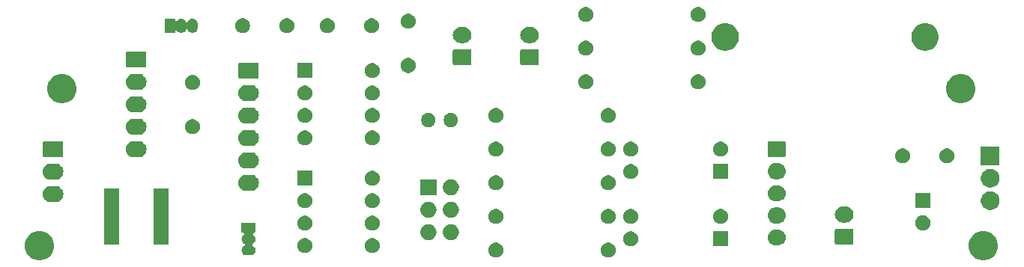
<source format=gbr>
G04 #@! TF.GenerationSoftware,KiCad,Pcbnew,5.1.5-1.fc31*
G04 #@! TF.CreationDate,2020-04-28T16:33:23+01:00*
G04 #@! TF.ProjectId,ReversingCam_FSAV433_ATTINY85_v3.2,52657665-7273-4696-9e67-43616d5f4653,V3.2*
G04 #@! TF.SameCoordinates,Original*
G04 #@! TF.FileFunction,Soldermask,Top*
G04 #@! TF.FilePolarity,Negative*
%FSLAX46Y46*%
G04 Gerber Fmt 4.6, Leading zero omitted, Abs format (unit mm)*
G04 Created by KiCad (PCBNEW 5.1.5-1.fc31) date 2020-04-28 16:33:23*
%MOMM*%
%LPD*%
G04 APERTURE LIST*
%ADD10C,0.100000*%
G04 APERTURE END LIST*
D10*
G36*
X136743703Y-52489000D02*
G01*
X136861579Y-52512447D01*
X137162042Y-52636903D01*
X137432451Y-52817585D01*
X137662415Y-53047549D01*
X137827757Y-53295000D01*
X137843098Y-53317960D01*
X137859114Y-53356627D01*
X137955047Y-53588228D01*
X137967553Y-53618422D01*
X138031000Y-53937389D01*
X138031000Y-54262611D01*
X138011275Y-54361772D01*
X137967553Y-54581579D01*
X137843097Y-54882042D01*
X137662415Y-55152451D01*
X137432451Y-55382415D01*
X137162042Y-55563097D01*
X136861579Y-55687553D01*
X136755256Y-55708702D01*
X136542611Y-55751000D01*
X136217389Y-55751000D01*
X136004744Y-55708702D01*
X135898421Y-55687553D01*
X135597958Y-55563097D01*
X135327549Y-55382415D01*
X135097585Y-55152451D01*
X134916903Y-54882042D01*
X134792447Y-54581579D01*
X134748725Y-54361772D01*
X134729000Y-54262611D01*
X134729000Y-53937389D01*
X134792447Y-53618422D01*
X134804954Y-53588228D01*
X134900886Y-53356627D01*
X134916902Y-53317960D01*
X134932243Y-53295000D01*
X135097585Y-53047549D01*
X135327549Y-52817585D01*
X135597958Y-52636903D01*
X135898421Y-52512447D01*
X136016297Y-52489000D01*
X136217389Y-52449000D01*
X136542611Y-52449000D01*
X136743703Y-52489000D01*
G37*
G36*
X30063703Y-52489000D02*
G01*
X30181579Y-52512447D01*
X30482042Y-52636903D01*
X30752451Y-52817585D01*
X30982415Y-53047549D01*
X31147757Y-53295000D01*
X31163098Y-53317960D01*
X31179114Y-53356627D01*
X31275047Y-53588228D01*
X31287553Y-53618422D01*
X31351000Y-53937389D01*
X31351000Y-54262611D01*
X31331275Y-54361772D01*
X31287553Y-54581579D01*
X31163097Y-54882042D01*
X30982415Y-55152451D01*
X30752451Y-55382415D01*
X30482042Y-55563097D01*
X30181579Y-55687553D01*
X30075256Y-55708702D01*
X29862611Y-55751000D01*
X29537389Y-55751000D01*
X29324744Y-55708702D01*
X29218421Y-55687553D01*
X28917958Y-55563097D01*
X28647549Y-55382415D01*
X28417585Y-55152451D01*
X28236903Y-54882042D01*
X28112447Y-54581579D01*
X28068725Y-54361772D01*
X28049000Y-54262611D01*
X28049000Y-53937389D01*
X28112447Y-53618422D01*
X28124954Y-53588228D01*
X28220886Y-53356627D01*
X28236902Y-53317960D01*
X28252243Y-53295000D01*
X28417585Y-53047549D01*
X28647549Y-52817585D01*
X28917958Y-52636903D01*
X29218421Y-52512447D01*
X29336297Y-52489000D01*
X29537389Y-52449000D01*
X29862611Y-52449000D01*
X30063703Y-52489000D01*
G37*
G36*
X81528228Y-53791703D02*
G01*
X81683100Y-53855853D01*
X81822481Y-53948985D01*
X81941015Y-54067519D01*
X82034147Y-54206900D01*
X82098297Y-54361772D01*
X82131000Y-54526184D01*
X82131000Y-54693816D01*
X82098297Y-54858228D01*
X82034147Y-55013100D01*
X81941015Y-55152481D01*
X81822481Y-55271015D01*
X81683100Y-55364147D01*
X81528228Y-55428297D01*
X81363816Y-55461000D01*
X81196184Y-55461000D01*
X81031772Y-55428297D01*
X80876900Y-55364147D01*
X80737519Y-55271015D01*
X80618985Y-55152481D01*
X80525853Y-55013100D01*
X80461703Y-54858228D01*
X80429000Y-54693816D01*
X80429000Y-54526184D01*
X80461703Y-54361772D01*
X80525853Y-54206900D01*
X80618985Y-54067519D01*
X80737519Y-53948985D01*
X80876900Y-53855853D01*
X81031772Y-53791703D01*
X81196184Y-53759000D01*
X81363816Y-53759000D01*
X81528228Y-53791703D01*
G37*
G36*
X94228228Y-53791703D02*
G01*
X94383100Y-53855853D01*
X94522481Y-53948985D01*
X94641015Y-54067519D01*
X94734147Y-54206900D01*
X94798297Y-54361772D01*
X94831000Y-54526184D01*
X94831000Y-54693816D01*
X94798297Y-54858228D01*
X94734147Y-55013100D01*
X94641015Y-55152481D01*
X94522481Y-55271015D01*
X94383100Y-55364147D01*
X94228228Y-55428297D01*
X94063816Y-55461000D01*
X93896184Y-55461000D01*
X93731772Y-55428297D01*
X93576900Y-55364147D01*
X93437519Y-55271015D01*
X93318985Y-55152481D01*
X93225853Y-55013100D01*
X93161703Y-54858228D01*
X93129000Y-54693816D01*
X93129000Y-54526184D01*
X93161703Y-54361772D01*
X93225853Y-54206900D01*
X93318985Y-54067519D01*
X93437519Y-53948985D01*
X93576900Y-53855853D01*
X93731772Y-53791703D01*
X93896184Y-53759000D01*
X94063816Y-53759000D01*
X94228228Y-53791703D01*
G37*
G36*
X54141000Y-52646000D02*
G01*
X53976660Y-52646000D01*
X53952274Y-52648402D01*
X53928825Y-52655515D01*
X53907214Y-52667066D01*
X53888272Y-52682611D01*
X53872727Y-52701553D01*
X53861176Y-52723164D01*
X53854063Y-52746613D01*
X53851661Y-52770999D01*
X53854063Y-52795385D01*
X53861176Y-52818834D01*
X53872727Y-52840445D01*
X53888272Y-52859387D01*
X53897345Y-52867609D01*
X53974264Y-52930736D01*
X54046244Y-53018443D01*
X54061801Y-53047549D01*
X54099728Y-53118505D01*
X54099729Y-53118508D01*
X54132666Y-53227084D01*
X54143787Y-53340000D01*
X54132666Y-53452916D01*
X54100327Y-53559520D01*
X54099728Y-53561495D01*
X54085439Y-53588228D01*
X54046244Y-53661557D01*
X53974264Y-53749264D01*
X53886557Y-53821244D01*
X53821807Y-53855853D01*
X53805141Y-53864761D01*
X53784766Y-53878375D01*
X53767439Y-53895702D01*
X53753826Y-53916076D01*
X53744448Y-53938715D01*
X53739668Y-53962748D01*
X53739668Y-53987252D01*
X53744448Y-54011285D01*
X53753826Y-54033924D01*
X53767440Y-54054299D01*
X53784767Y-54071626D01*
X53805141Y-54085239D01*
X53886557Y-54128756D01*
X53974264Y-54200736D01*
X54046244Y-54288443D01*
X54079268Y-54350228D01*
X54099728Y-54388505D01*
X54099729Y-54388508D01*
X54132666Y-54497084D01*
X54143787Y-54610000D01*
X54132666Y-54722916D01*
X54099729Y-54831492D01*
X54099728Y-54831495D01*
X54086551Y-54856147D01*
X54046244Y-54931557D01*
X53974264Y-55019264D01*
X53886557Y-55091244D01*
X53822601Y-55125429D01*
X53786495Y-55144728D01*
X53786492Y-55144729D01*
X53677916Y-55177666D01*
X53593298Y-55186000D01*
X53086702Y-55186000D01*
X53002084Y-55177666D01*
X52893508Y-55144729D01*
X52893505Y-55144728D01*
X52857399Y-55125429D01*
X52793443Y-55091244D01*
X52705736Y-55019264D01*
X52633756Y-54931557D01*
X52593449Y-54856147D01*
X52580272Y-54831495D01*
X52580271Y-54831492D01*
X52547334Y-54722916D01*
X52536213Y-54610000D01*
X52547334Y-54497084D01*
X52580271Y-54388508D01*
X52580272Y-54388505D01*
X52600732Y-54350228D01*
X52633756Y-54288443D01*
X52705736Y-54200736D01*
X52793443Y-54128756D01*
X52874859Y-54085239D01*
X52895234Y-54071625D01*
X52912561Y-54054298D01*
X52926174Y-54033924D01*
X52935552Y-54011285D01*
X52940332Y-53987252D01*
X52940332Y-53962748D01*
X52935552Y-53938715D01*
X52926174Y-53916076D01*
X52912560Y-53895701D01*
X52895233Y-53878374D01*
X52874859Y-53864761D01*
X52858193Y-53855853D01*
X52793443Y-53821244D01*
X52705736Y-53749264D01*
X52633756Y-53661557D01*
X52594561Y-53588228D01*
X52580272Y-53561495D01*
X52579673Y-53559520D01*
X52547334Y-53452916D01*
X52536213Y-53340000D01*
X52547334Y-53227084D01*
X52580271Y-53118508D01*
X52580272Y-53118505D01*
X52618199Y-53047549D01*
X52633756Y-53018443D01*
X52705736Y-52930736D01*
X52782646Y-52867617D01*
X52799965Y-52850298D01*
X52813579Y-52829923D01*
X52822957Y-52807284D01*
X52827737Y-52783251D01*
X52827737Y-52758747D01*
X52822957Y-52734714D01*
X52813579Y-52712075D01*
X52799966Y-52691701D01*
X52782639Y-52674374D01*
X52762264Y-52660760D01*
X52739625Y-52651382D01*
X52715592Y-52646602D01*
X52703340Y-52646000D01*
X52539000Y-52646000D01*
X52539000Y-51494000D01*
X54141000Y-51494000D01*
X54141000Y-52646000D01*
G37*
G36*
X67558228Y-53283703D02*
G01*
X67713100Y-53347853D01*
X67852481Y-53440985D01*
X67971015Y-53559519D01*
X68064147Y-53698900D01*
X68128297Y-53853772D01*
X68161000Y-54018184D01*
X68161000Y-54185816D01*
X68128297Y-54350228D01*
X68064147Y-54505100D01*
X67971015Y-54644481D01*
X67852481Y-54763015D01*
X67713100Y-54856147D01*
X67558228Y-54920297D01*
X67393816Y-54953000D01*
X67226184Y-54953000D01*
X67061772Y-54920297D01*
X66906900Y-54856147D01*
X66767519Y-54763015D01*
X66648985Y-54644481D01*
X66555853Y-54505100D01*
X66491703Y-54350228D01*
X66459000Y-54185816D01*
X66459000Y-54018184D01*
X66491703Y-53853772D01*
X66555853Y-53698900D01*
X66648985Y-53559519D01*
X66767519Y-53440985D01*
X66906900Y-53347853D01*
X67061772Y-53283703D01*
X67226184Y-53251000D01*
X67393816Y-53251000D01*
X67558228Y-53283703D01*
G37*
G36*
X59938228Y-53283703D02*
G01*
X60093100Y-53347853D01*
X60232481Y-53440985D01*
X60351015Y-53559519D01*
X60444147Y-53698900D01*
X60508297Y-53853772D01*
X60541000Y-54018184D01*
X60541000Y-54185816D01*
X60508297Y-54350228D01*
X60444147Y-54505100D01*
X60351015Y-54644481D01*
X60232481Y-54763015D01*
X60093100Y-54856147D01*
X59938228Y-54920297D01*
X59773816Y-54953000D01*
X59606184Y-54953000D01*
X59441772Y-54920297D01*
X59286900Y-54856147D01*
X59147519Y-54763015D01*
X59028985Y-54644481D01*
X58935853Y-54505100D01*
X58871703Y-54350228D01*
X58839000Y-54185816D01*
X58839000Y-54018184D01*
X58871703Y-53853772D01*
X58935853Y-53698900D01*
X59028985Y-53559519D01*
X59147519Y-53440985D01*
X59286900Y-53347853D01*
X59441772Y-53283703D01*
X59606184Y-53251000D01*
X59773816Y-53251000D01*
X59938228Y-53283703D01*
G37*
G36*
X96768228Y-52521703D02*
G01*
X96923100Y-52585853D01*
X97062481Y-52678985D01*
X97181015Y-52797519D01*
X97274147Y-52936900D01*
X97338297Y-53091772D01*
X97371000Y-53256184D01*
X97371000Y-53423816D01*
X97338297Y-53588228D01*
X97274147Y-53743100D01*
X97181015Y-53882481D01*
X97062481Y-54001015D01*
X96923100Y-54094147D01*
X96768228Y-54158297D01*
X96603816Y-54191000D01*
X96436184Y-54191000D01*
X96271772Y-54158297D01*
X96116900Y-54094147D01*
X95977519Y-54001015D01*
X95858985Y-53882481D01*
X95765853Y-53743100D01*
X95701703Y-53588228D01*
X95669000Y-53423816D01*
X95669000Y-53256184D01*
X95701703Y-53091772D01*
X95765853Y-52936900D01*
X95858985Y-52797519D01*
X95977519Y-52678985D01*
X96116900Y-52585853D01*
X96271772Y-52521703D01*
X96436184Y-52489000D01*
X96603816Y-52489000D01*
X96768228Y-52521703D01*
G37*
G36*
X107531000Y-54191000D02*
G01*
X105829000Y-54191000D01*
X105829000Y-52489000D01*
X107531000Y-52489000D01*
X107531000Y-54191000D01*
G37*
G36*
X113265442Y-52285518D02*
G01*
X113331627Y-52292037D01*
X113501466Y-52343557D01*
X113657991Y-52427222D01*
X113684527Y-52449000D01*
X113795186Y-52539814D01*
X113874863Y-52636902D01*
X113907778Y-52677009D01*
X113907779Y-52677011D01*
X113982918Y-52817584D01*
X113991443Y-52833534D01*
X114042963Y-53003373D01*
X114060359Y-53180000D01*
X114042963Y-53356627D01*
X113991443Y-53526466D01*
X113991442Y-53526468D01*
X113958430Y-53588228D01*
X113907778Y-53682991D01*
X113894719Y-53698903D01*
X113795186Y-53820186D01*
X113724281Y-53878375D01*
X113657991Y-53932778D01*
X113501466Y-54016443D01*
X113331627Y-54067963D01*
X113265442Y-54074482D01*
X113199260Y-54081000D01*
X112860740Y-54081000D01*
X112794558Y-54074482D01*
X112728373Y-54067963D01*
X112558534Y-54016443D01*
X112402009Y-53932778D01*
X112335719Y-53878375D01*
X112264814Y-53820186D01*
X112165281Y-53698903D01*
X112152222Y-53682991D01*
X112101570Y-53588228D01*
X112068558Y-53526468D01*
X112068557Y-53526466D01*
X112017037Y-53356627D01*
X111999641Y-53180000D01*
X112017037Y-53003373D01*
X112068557Y-52833534D01*
X112077083Y-52817584D01*
X112152221Y-52677011D01*
X112152222Y-52677009D01*
X112185137Y-52636902D01*
X112264814Y-52539814D01*
X112375473Y-52449000D01*
X112402009Y-52427222D01*
X112558534Y-52343557D01*
X112728373Y-52292037D01*
X112794557Y-52285519D01*
X112860740Y-52279000D01*
X113199260Y-52279000D01*
X113265442Y-52285518D01*
G37*
G36*
X121558600Y-52188989D02*
G01*
X121591652Y-52199015D01*
X121622103Y-52215292D01*
X121648799Y-52237201D01*
X121670708Y-52263897D01*
X121686985Y-52294348D01*
X121697011Y-52327400D01*
X121701000Y-52367903D01*
X121701000Y-53804097D01*
X121697011Y-53844600D01*
X121686985Y-53877652D01*
X121670708Y-53908103D01*
X121648799Y-53934799D01*
X121622103Y-53956708D01*
X121591652Y-53972985D01*
X121558600Y-53983011D01*
X121518097Y-53987000D01*
X119781903Y-53987000D01*
X119741400Y-53983011D01*
X119708348Y-53972985D01*
X119677897Y-53956708D01*
X119651201Y-53934799D01*
X119629292Y-53908103D01*
X119613015Y-53877652D01*
X119602989Y-53844600D01*
X119599000Y-53804097D01*
X119599000Y-52367903D01*
X119602989Y-52327400D01*
X119613015Y-52294348D01*
X119629292Y-52263897D01*
X119651201Y-52237201D01*
X119677897Y-52215292D01*
X119708348Y-52199015D01*
X119741400Y-52188989D01*
X119781903Y-52185000D01*
X121518097Y-52185000D01*
X121558600Y-52188989D01*
G37*
G36*
X44310000Y-53945000D02*
G01*
X42570000Y-53945000D01*
X42570000Y-47655000D01*
X44310000Y-47655000D01*
X44310000Y-53945000D01*
G37*
G36*
X38710000Y-53945000D02*
G01*
X36970000Y-53945000D01*
X36970000Y-47655000D01*
X38710000Y-47655000D01*
X38710000Y-53945000D01*
G37*
G36*
X73773512Y-51681927D02*
G01*
X73922812Y-51711624D01*
X74086784Y-51779544D01*
X74234354Y-51878147D01*
X74359853Y-52003646D01*
X74458456Y-52151216D01*
X74526376Y-52315188D01*
X74548660Y-52427221D01*
X74561000Y-52489258D01*
X74561000Y-52666742D01*
X74559482Y-52674374D01*
X74526376Y-52840812D01*
X74458456Y-53004784D01*
X74359853Y-53152354D01*
X74234354Y-53277853D01*
X74086784Y-53376456D01*
X73922812Y-53444376D01*
X73773512Y-53474073D01*
X73748742Y-53479000D01*
X73571258Y-53479000D01*
X73546488Y-53474073D01*
X73397188Y-53444376D01*
X73233216Y-53376456D01*
X73085646Y-53277853D01*
X72960147Y-53152354D01*
X72861544Y-53004784D01*
X72793624Y-52840812D01*
X72760518Y-52674374D01*
X72759000Y-52666742D01*
X72759000Y-52489258D01*
X72771340Y-52427221D01*
X72793624Y-52315188D01*
X72861544Y-52151216D01*
X72960147Y-52003646D01*
X73085646Y-51878147D01*
X73233216Y-51779544D01*
X73397188Y-51711624D01*
X73546488Y-51681927D01*
X73571258Y-51677000D01*
X73748742Y-51677000D01*
X73773512Y-51681927D01*
G37*
G36*
X76313512Y-51681927D02*
G01*
X76462812Y-51711624D01*
X76626784Y-51779544D01*
X76774354Y-51878147D01*
X76899853Y-52003646D01*
X76998456Y-52151216D01*
X77066376Y-52315188D01*
X77088660Y-52427221D01*
X77101000Y-52489258D01*
X77101000Y-52666742D01*
X77099482Y-52674374D01*
X77066376Y-52840812D01*
X76998456Y-53004784D01*
X76899853Y-53152354D01*
X76774354Y-53277853D01*
X76626784Y-53376456D01*
X76462812Y-53444376D01*
X76313512Y-53474073D01*
X76288742Y-53479000D01*
X76111258Y-53479000D01*
X76086488Y-53474073D01*
X75937188Y-53444376D01*
X75773216Y-53376456D01*
X75625646Y-53277853D01*
X75500147Y-53152354D01*
X75401544Y-53004784D01*
X75333624Y-52840812D01*
X75300518Y-52674374D01*
X75299000Y-52666742D01*
X75299000Y-52489258D01*
X75311340Y-52427221D01*
X75333624Y-52315188D01*
X75401544Y-52151216D01*
X75500147Y-52003646D01*
X75625646Y-51878147D01*
X75773216Y-51779544D01*
X75937188Y-51711624D01*
X76086488Y-51681927D01*
X76111258Y-51677000D01*
X76288742Y-51677000D01*
X76313512Y-51681927D01*
G37*
G36*
X59938228Y-50743703D02*
G01*
X60093100Y-50807853D01*
X60232481Y-50900985D01*
X60351015Y-51019519D01*
X60444147Y-51158900D01*
X60508297Y-51313772D01*
X60541000Y-51478184D01*
X60541000Y-51645816D01*
X60508297Y-51810228D01*
X60444147Y-51965100D01*
X60351015Y-52104481D01*
X60232481Y-52223015D01*
X60093100Y-52316147D01*
X59938228Y-52380297D01*
X59773816Y-52413000D01*
X59606184Y-52413000D01*
X59441772Y-52380297D01*
X59286900Y-52316147D01*
X59147519Y-52223015D01*
X59028985Y-52104481D01*
X58935853Y-51965100D01*
X58871703Y-51810228D01*
X58839000Y-51645816D01*
X58839000Y-51478184D01*
X58871703Y-51313772D01*
X58935853Y-51158900D01*
X59028985Y-51019519D01*
X59147519Y-50900985D01*
X59286900Y-50807853D01*
X59441772Y-50743703D01*
X59606184Y-50711000D01*
X59773816Y-50711000D01*
X59938228Y-50743703D01*
G37*
G36*
X67558228Y-50743703D02*
G01*
X67713100Y-50807853D01*
X67852481Y-50900985D01*
X67971015Y-51019519D01*
X68064147Y-51158900D01*
X68128297Y-51313772D01*
X68161000Y-51478184D01*
X68161000Y-51645816D01*
X68128297Y-51810228D01*
X68064147Y-51965100D01*
X67971015Y-52104481D01*
X67852481Y-52223015D01*
X67713100Y-52316147D01*
X67558228Y-52380297D01*
X67393816Y-52413000D01*
X67226184Y-52413000D01*
X67061772Y-52380297D01*
X66906900Y-52316147D01*
X66767519Y-52223015D01*
X66648985Y-52104481D01*
X66555853Y-51965100D01*
X66491703Y-51810228D01*
X66459000Y-51645816D01*
X66459000Y-51478184D01*
X66491703Y-51313772D01*
X66555853Y-51158900D01*
X66648985Y-51019519D01*
X66767519Y-50900985D01*
X66906900Y-50807853D01*
X67061772Y-50743703D01*
X67226184Y-50711000D01*
X67393816Y-50711000D01*
X67558228Y-50743703D01*
G37*
G36*
X129788228Y-50703703D02*
G01*
X129943100Y-50767853D01*
X130082481Y-50860985D01*
X130201015Y-50979519D01*
X130294147Y-51118900D01*
X130358297Y-51273772D01*
X130391000Y-51438184D01*
X130391000Y-51605816D01*
X130358297Y-51770228D01*
X130294147Y-51925100D01*
X130201015Y-52064481D01*
X130082481Y-52183015D01*
X129943100Y-52276147D01*
X129788228Y-52340297D01*
X129623816Y-52373000D01*
X129456184Y-52373000D01*
X129291772Y-52340297D01*
X129136900Y-52276147D01*
X128997519Y-52183015D01*
X128878985Y-52064481D01*
X128785853Y-51925100D01*
X128721703Y-51770228D01*
X128689000Y-51605816D01*
X128689000Y-51438184D01*
X128721703Y-51273772D01*
X128785853Y-51118900D01*
X128878985Y-50979519D01*
X128997519Y-50860985D01*
X129136900Y-50767853D01*
X129291772Y-50703703D01*
X129456184Y-50671000D01*
X129623816Y-50671000D01*
X129788228Y-50703703D01*
G37*
G36*
X94228228Y-49981703D02*
G01*
X94383100Y-50045853D01*
X94522481Y-50138985D01*
X94641015Y-50257519D01*
X94734147Y-50396900D01*
X94798297Y-50551772D01*
X94831000Y-50716184D01*
X94831000Y-50883816D01*
X94798297Y-51048228D01*
X94734147Y-51203100D01*
X94641015Y-51342481D01*
X94522481Y-51461015D01*
X94383100Y-51554147D01*
X94228228Y-51618297D01*
X94063816Y-51651000D01*
X93896184Y-51651000D01*
X93731772Y-51618297D01*
X93576900Y-51554147D01*
X93437519Y-51461015D01*
X93318985Y-51342481D01*
X93225853Y-51203100D01*
X93161703Y-51048228D01*
X93129000Y-50883816D01*
X93129000Y-50716184D01*
X93161703Y-50551772D01*
X93225853Y-50396900D01*
X93318985Y-50257519D01*
X93437519Y-50138985D01*
X93576900Y-50045853D01*
X93731772Y-49981703D01*
X93896184Y-49949000D01*
X94063816Y-49949000D01*
X94228228Y-49981703D01*
G37*
G36*
X81528228Y-49981703D02*
G01*
X81683100Y-50045853D01*
X81822481Y-50138985D01*
X81941015Y-50257519D01*
X82034147Y-50396900D01*
X82098297Y-50551772D01*
X82131000Y-50716184D01*
X82131000Y-50883816D01*
X82098297Y-51048228D01*
X82034147Y-51203100D01*
X81941015Y-51342481D01*
X81822481Y-51461015D01*
X81683100Y-51554147D01*
X81528228Y-51618297D01*
X81363816Y-51651000D01*
X81196184Y-51651000D01*
X81031772Y-51618297D01*
X80876900Y-51554147D01*
X80737519Y-51461015D01*
X80618985Y-51342481D01*
X80525853Y-51203100D01*
X80461703Y-51048228D01*
X80429000Y-50883816D01*
X80429000Y-50716184D01*
X80461703Y-50551772D01*
X80525853Y-50396900D01*
X80618985Y-50257519D01*
X80737519Y-50138985D01*
X80876900Y-50045853D01*
X81031772Y-49981703D01*
X81196184Y-49949000D01*
X81363816Y-49949000D01*
X81528228Y-49981703D01*
G37*
G36*
X96768228Y-49981703D02*
G01*
X96923100Y-50045853D01*
X97062481Y-50138985D01*
X97181015Y-50257519D01*
X97274147Y-50396900D01*
X97338297Y-50551772D01*
X97371000Y-50716184D01*
X97371000Y-50883816D01*
X97338297Y-51048228D01*
X97274147Y-51203100D01*
X97181015Y-51342481D01*
X97062481Y-51461015D01*
X96923100Y-51554147D01*
X96768228Y-51618297D01*
X96603816Y-51651000D01*
X96436184Y-51651000D01*
X96271772Y-51618297D01*
X96116900Y-51554147D01*
X95977519Y-51461015D01*
X95858985Y-51342481D01*
X95765853Y-51203100D01*
X95701703Y-51048228D01*
X95669000Y-50883816D01*
X95669000Y-50716184D01*
X95701703Y-50551772D01*
X95765853Y-50396900D01*
X95858985Y-50257519D01*
X95977519Y-50138985D01*
X96116900Y-50045853D01*
X96271772Y-49981703D01*
X96436184Y-49949000D01*
X96603816Y-49949000D01*
X96768228Y-49981703D01*
G37*
G36*
X106928228Y-49981703D02*
G01*
X107083100Y-50045853D01*
X107222481Y-50138985D01*
X107341015Y-50257519D01*
X107434147Y-50396900D01*
X107498297Y-50551772D01*
X107531000Y-50716184D01*
X107531000Y-50883816D01*
X107498297Y-51048228D01*
X107434147Y-51203100D01*
X107341015Y-51342481D01*
X107222481Y-51461015D01*
X107083100Y-51554147D01*
X106928228Y-51618297D01*
X106763816Y-51651000D01*
X106596184Y-51651000D01*
X106431772Y-51618297D01*
X106276900Y-51554147D01*
X106137519Y-51461015D01*
X106018985Y-51342481D01*
X105925853Y-51203100D01*
X105861703Y-51048228D01*
X105829000Y-50883816D01*
X105829000Y-50716184D01*
X105861703Y-50551772D01*
X105925853Y-50396900D01*
X106018985Y-50257519D01*
X106137519Y-50138985D01*
X106276900Y-50045853D01*
X106431772Y-49981703D01*
X106596184Y-49949000D01*
X106763816Y-49949000D01*
X106928228Y-49981703D01*
G37*
G36*
X113265442Y-49785518D02*
G01*
X113331627Y-49792037D01*
X113501466Y-49843557D01*
X113657991Y-49927222D01*
X113680645Y-49945814D01*
X113795186Y-50039814D01*
X113866524Y-50126741D01*
X113907778Y-50177009D01*
X113991443Y-50333534D01*
X114042963Y-50503373D01*
X114060359Y-50680000D01*
X114042963Y-50856627D01*
X113991443Y-51026466D01*
X113907778Y-51182991D01*
X113891277Y-51203097D01*
X113795186Y-51320186D01*
X113693729Y-51403448D01*
X113657991Y-51432778D01*
X113501466Y-51516443D01*
X113331627Y-51567963D01*
X113265443Y-51574481D01*
X113199260Y-51581000D01*
X112860740Y-51581000D01*
X112794558Y-51574482D01*
X112728373Y-51567963D01*
X112558534Y-51516443D01*
X112402009Y-51432778D01*
X112366271Y-51403448D01*
X112264814Y-51320186D01*
X112168723Y-51203097D01*
X112152222Y-51182991D01*
X112068557Y-51026466D01*
X112017037Y-50856627D01*
X111999641Y-50680000D01*
X112017037Y-50503373D01*
X112068557Y-50333534D01*
X112152222Y-50177009D01*
X112193476Y-50126741D01*
X112264814Y-50039814D01*
X112379355Y-49945814D01*
X112402009Y-49927222D01*
X112558534Y-49843557D01*
X112728373Y-49792037D01*
X112794558Y-49785518D01*
X112860740Y-49779000D01*
X113199260Y-49779000D01*
X113265442Y-49785518D01*
G37*
G36*
X120894751Y-49689973D02*
G01*
X120976627Y-49698037D01*
X121146466Y-49749557D01*
X121302991Y-49833222D01*
X121315584Y-49843557D01*
X121440186Y-49945814D01*
X121509775Y-50030610D01*
X121552778Y-50083009D01*
X121636443Y-50239534D01*
X121687963Y-50409373D01*
X121705359Y-50586000D01*
X121687963Y-50762627D01*
X121636443Y-50932466D01*
X121636442Y-50932468D01*
X121611292Y-50979519D01*
X121552778Y-51088991D01*
X121528232Y-51118900D01*
X121440186Y-51226186D01*
X121338729Y-51309448D01*
X121302991Y-51338778D01*
X121146466Y-51422443D01*
X120976627Y-51473963D01*
X120910442Y-51480482D01*
X120844260Y-51487000D01*
X120455740Y-51487000D01*
X120389558Y-51480482D01*
X120323373Y-51473963D01*
X120153534Y-51422443D01*
X119997009Y-51338778D01*
X119961271Y-51309448D01*
X119859814Y-51226186D01*
X119771768Y-51118900D01*
X119747222Y-51088991D01*
X119688708Y-50979519D01*
X119663558Y-50932468D01*
X119663557Y-50932466D01*
X119612037Y-50762627D01*
X119594641Y-50586000D01*
X119612037Y-50409373D01*
X119663557Y-50239534D01*
X119747222Y-50083009D01*
X119790225Y-50030610D01*
X119859814Y-49945814D01*
X119984416Y-49843557D01*
X119997009Y-49833222D01*
X120153534Y-49749557D01*
X120323373Y-49698037D01*
X120405249Y-49689973D01*
X120455740Y-49685000D01*
X120844260Y-49685000D01*
X120894751Y-49689973D01*
G37*
G36*
X73773512Y-49141927D02*
G01*
X73922812Y-49171624D01*
X74086784Y-49239544D01*
X74234354Y-49338147D01*
X74359853Y-49463646D01*
X74458456Y-49611216D01*
X74526376Y-49775188D01*
X74556073Y-49924488D01*
X74560949Y-49949000D01*
X74561000Y-49949259D01*
X74561000Y-50126741D01*
X74526376Y-50300812D01*
X74458456Y-50464784D01*
X74359853Y-50612354D01*
X74234354Y-50737853D01*
X74086784Y-50836456D01*
X73922812Y-50904376D01*
X73781590Y-50932466D01*
X73748742Y-50939000D01*
X73571258Y-50939000D01*
X73538410Y-50932466D01*
X73397188Y-50904376D01*
X73233216Y-50836456D01*
X73085646Y-50737853D01*
X72960147Y-50612354D01*
X72861544Y-50464784D01*
X72793624Y-50300812D01*
X72759000Y-50126741D01*
X72759000Y-49949259D01*
X72759052Y-49949000D01*
X72763927Y-49924488D01*
X72793624Y-49775188D01*
X72861544Y-49611216D01*
X72960147Y-49463646D01*
X73085646Y-49338147D01*
X73233216Y-49239544D01*
X73397188Y-49171624D01*
X73546488Y-49141927D01*
X73571258Y-49137000D01*
X73748742Y-49137000D01*
X73773512Y-49141927D01*
G37*
G36*
X76313512Y-49141927D02*
G01*
X76462812Y-49171624D01*
X76626784Y-49239544D01*
X76774354Y-49338147D01*
X76899853Y-49463646D01*
X76998456Y-49611216D01*
X77066376Y-49775188D01*
X77096073Y-49924488D01*
X77100949Y-49949000D01*
X77101000Y-49949259D01*
X77101000Y-50126741D01*
X77066376Y-50300812D01*
X76998456Y-50464784D01*
X76899853Y-50612354D01*
X76774354Y-50737853D01*
X76626784Y-50836456D01*
X76462812Y-50904376D01*
X76321590Y-50932466D01*
X76288742Y-50939000D01*
X76111258Y-50939000D01*
X76078410Y-50932466D01*
X75937188Y-50904376D01*
X75773216Y-50836456D01*
X75625646Y-50737853D01*
X75500147Y-50612354D01*
X75401544Y-50464784D01*
X75333624Y-50300812D01*
X75299000Y-50126741D01*
X75299000Y-49949259D01*
X75299052Y-49949000D01*
X75303927Y-49924488D01*
X75333624Y-49775188D01*
X75401544Y-49611216D01*
X75500147Y-49463646D01*
X75625646Y-49338147D01*
X75773216Y-49239544D01*
X75937188Y-49171624D01*
X76086488Y-49141927D01*
X76111258Y-49137000D01*
X76288742Y-49137000D01*
X76313512Y-49141927D01*
G37*
G36*
X137466564Y-48009389D02*
G01*
X137635716Y-48079454D01*
X137657835Y-48088616D01*
X137829973Y-48203635D01*
X137976365Y-48350027D01*
X138062890Y-48479520D01*
X138091385Y-48522167D01*
X138170611Y-48713436D01*
X138211000Y-48916484D01*
X138211000Y-49123516D01*
X138170611Y-49326564D01*
X138091385Y-49517833D01*
X138091384Y-49517835D01*
X137976365Y-49689973D01*
X137829973Y-49836365D01*
X137657835Y-49951384D01*
X137657834Y-49951385D01*
X137657833Y-49951385D01*
X137466564Y-50030611D01*
X137263516Y-50071000D01*
X137056484Y-50071000D01*
X136853436Y-50030611D01*
X136662167Y-49951385D01*
X136662166Y-49951385D01*
X136662165Y-49951384D01*
X136490027Y-49836365D01*
X136343635Y-49689973D01*
X136228616Y-49517835D01*
X136228615Y-49517833D01*
X136149389Y-49326564D01*
X136109000Y-49123516D01*
X136109000Y-48916484D01*
X136149389Y-48713436D01*
X136228615Y-48522167D01*
X136257111Y-48479520D01*
X136343635Y-48350027D01*
X136490027Y-48203635D01*
X136662165Y-48088616D01*
X136684284Y-48079454D01*
X136853436Y-48009389D01*
X137056484Y-47969000D01*
X137263516Y-47969000D01*
X137466564Y-48009389D01*
G37*
G36*
X67558228Y-48203703D02*
G01*
X67713100Y-48267853D01*
X67852481Y-48360985D01*
X67971015Y-48479519D01*
X68064147Y-48618900D01*
X68128297Y-48773772D01*
X68161000Y-48938184D01*
X68161000Y-49105816D01*
X68128297Y-49270228D01*
X68064147Y-49425100D01*
X67971015Y-49564481D01*
X67852481Y-49683015D01*
X67713100Y-49776147D01*
X67558228Y-49840297D01*
X67393816Y-49873000D01*
X67226184Y-49873000D01*
X67061772Y-49840297D01*
X66906900Y-49776147D01*
X66767519Y-49683015D01*
X66648985Y-49564481D01*
X66555853Y-49425100D01*
X66491703Y-49270228D01*
X66459000Y-49105816D01*
X66459000Y-48938184D01*
X66491703Y-48773772D01*
X66555853Y-48618900D01*
X66648985Y-48479519D01*
X66767519Y-48360985D01*
X66906900Y-48267853D01*
X67061772Y-48203703D01*
X67226184Y-48171000D01*
X67393816Y-48171000D01*
X67558228Y-48203703D01*
G37*
G36*
X59938228Y-48203703D02*
G01*
X60093100Y-48267853D01*
X60232481Y-48360985D01*
X60351015Y-48479519D01*
X60444147Y-48618900D01*
X60508297Y-48773772D01*
X60541000Y-48938184D01*
X60541000Y-49105816D01*
X60508297Y-49270228D01*
X60444147Y-49425100D01*
X60351015Y-49564481D01*
X60232481Y-49683015D01*
X60093100Y-49776147D01*
X59938228Y-49840297D01*
X59773816Y-49873000D01*
X59606184Y-49873000D01*
X59441772Y-49840297D01*
X59286900Y-49776147D01*
X59147519Y-49683015D01*
X59028985Y-49564481D01*
X58935853Y-49425100D01*
X58871703Y-49270228D01*
X58839000Y-49105816D01*
X58839000Y-48938184D01*
X58871703Y-48773772D01*
X58935853Y-48618900D01*
X59028985Y-48479519D01*
X59147519Y-48360985D01*
X59286900Y-48267853D01*
X59441772Y-48203703D01*
X59606184Y-48171000D01*
X59773816Y-48171000D01*
X59938228Y-48203703D01*
G37*
G36*
X130391000Y-49873000D02*
G01*
X128689000Y-49873000D01*
X128689000Y-48171000D01*
X130391000Y-48171000D01*
X130391000Y-49873000D01*
G37*
G36*
X31562345Y-47343442D02*
G01*
X31652548Y-47352326D01*
X31826157Y-47404990D01*
X31986156Y-47490511D01*
X32002782Y-47504156D01*
X32126397Y-47605603D01*
X32184999Y-47677011D01*
X32241489Y-47745844D01*
X32327010Y-47905843D01*
X32379674Y-48079452D01*
X32397456Y-48260000D01*
X32379674Y-48440548D01*
X32327010Y-48614157D01*
X32241489Y-48774156D01*
X32205729Y-48817729D01*
X32126397Y-48914397D01*
X32029729Y-48993729D01*
X31986156Y-49029489D01*
X31826157Y-49115010D01*
X31652548Y-49167674D01*
X31562345Y-49176558D01*
X31517245Y-49181000D01*
X30966755Y-49181000D01*
X30921655Y-49176558D01*
X30831452Y-49167674D01*
X30657843Y-49115010D01*
X30497844Y-49029489D01*
X30454271Y-48993729D01*
X30357603Y-48914397D01*
X30278271Y-48817729D01*
X30242511Y-48774156D01*
X30156990Y-48614157D01*
X30104326Y-48440548D01*
X30086544Y-48260000D01*
X30104326Y-48079452D01*
X30156990Y-47905843D01*
X30242511Y-47745844D01*
X30299001Y-47677011D01*
X30357603Y-47605603D01*
X30481218Y-47504156D01*
X30497844Y-47490511D01*
X30657843Y-47404990D01*
X30831452Y-47352326D01*
X30921655Y-47343442D01*
X30966755Y-47339000D01*
X31517245Y-47339000D01*
X31562345Y-47343442D01*
G37*
G36*
X113265442Y-47285518D02*
G01*
X113331627Y-47292037D01*
X113501466Y-47343557D01*
X113657991Y-47427222D01*
X113693729Y-47456552D01*
X113795186Y-47539814D01*
X113878448Y-47641271D01*
X113907778Y-47677009D01*
X113991443Y-47833534D01*
X114042963Y-48003373D01*
X114060359Y-48180000D01*
X114042963Y-48356627D01*
X113991443Y-48526466D01*
X113907778Y-48682991D01*
X113882793Y-48713435D01*
X113795186Y-48820186D01*
X113693729Y-48903448D01*
X113657991Y-48932778D01*
X113501466Y-49016443D01*
X113331627Y-49067963D01*
X113265442Y-49074482D01*
X113199260Y-49081000D01*
X112860740Y-49081000D01*
X112794558Y-49074482D01*
X112728373Y-49067963D01*
X112558534Y-49016443D01*
X112402009Y-48932778D01*
X112366271Y-48903448D01*
X112264814Y-48820186D01*
X112177207Y-48713435D01*
X112152222Y-48682991D01*
X112068557Y-48526466D01*
X112017037Y-48356627D01*
X111999641Y-48180000D01*
X112017037Y-48003373D01*
X112068557Y-47833534D01*
X112152222Y-47677009D01*
X112181552Y-47641271D01*
X112264814Y-47539814D01*
X112366271Y-47456552D01*
X112402009Y-47427222D01*
X112558534Y-47343557D01*
X112728373Y-47292037D01*
X112794558Y-47285518D01*
X112860740Y-47279000D01*
X113199260Y-47279000D01*
X113265442Y-47285518D01*
G37*
G36*
X74561000Y-48399000D02*
G01*
X72759000Y-48399000D01*
X72759000Y-46597000D01*
X74561000Y-46597000D01*
X74561000Y-48399000D01*
G37*
G36*
X76313512Y-46601927D02*
G01*
X76462812Y-46631624D01*
X76626784Y-46699544D01*
X76774354Y-46798147D01*
X76899853Y-46923646D01*
X76998456Y-47071216D01*
X77066376Y-47235188D01*
X77101000Y-47409259D01*
X77101000Y-47586741D01*
X77066376Y-47760812D01*
X76998456Y-47924784D01*
X76899853Y-48072354D01*
X76774354Y-48197853D01*
X76626784Y-48296456D01*
X76462812Y-48364376D01*
X76313512Y-48394073D01*
X76288742Y-48399000D01*
X76111258Y-48399000D01*
X76086488Y-48394073D01*
X75937188Y-48364376D01*
X75773216Y-48296456D01*
X75625646Y-48197853D01*
X75500147Y-48072354D01*
X75401544Y-47924784D01*
X75333624Y-47760812D01*
X75299000Y-47586741D01*
X75299000Y-47409259D01*
X75333624Y-47235188D01*
X75401544Y-47071216D01*
X75500147Y-46923646D01*
X75625646Y-46798147D01*
X75773216Y-46699544D01*
X75937188Y-46631624D01*
X76086488Y-46601927D01*
X76111258Y-46597000D01*
X76288742Y-46597000D01*
X76313512Y-46601927D01*
G37*
G36*
X53660345Y-46073442D02*
G01*
X53750548Y-46082326D01*
X53924157Y-46134990D01*
X54084156Y-46220511D01*
X54102850Y-46235853D01*
X54224397Y-46335603D01*
X54303729Y-46432271D01*
X54339489Y-46475844D01*
X54425010Y-46635843D01*
X54477674Y-46809452D01*
X54495456Y-46990000D01*
X54477674Y-47170548D01*
X54425010Y-47344157D01*
X54339489Y-47504156D01*
X54316244Y-47532480D01*
X54224397Y-47644397D01*
X54127729Y-47723729D01*
X54084156Y-47759489D01*
X53924157Y-47845010D01*
X53750548Y-47897674D01*
X53667625Y-47905841D01*
X53615245Y-47911000D01*
X53064755Y-47911000D01*
X53012375Y-47905841D01*
X52929452Y-47897674D01*
X52755843Y-47845010D01*
X52595844Y-47759489D01*
X52552271Y-47723729D01*
X52455603Y-47644397D01*
X52363756Y-47532480D01*
X52340511Y-47504156D01*
X52254990Y-47344157D01*
X52202326Y-47170548D01*
X52184544Y-46990000D01*
X52202326Y-46809452D01*
X52254990Y-46635843D01*
X52340511Y-46475844D01*
X52376271Y-46432271D01*
X52455603Y-46335603D01*
X52577150Y-46235853D01*
X52595844Y-46220511D01*
X52755843Y-46134990D01*
X52929452Y-46082326D01*
X53019655Y-46073442D01*
X53064755Y-46069000D01*
X53615245Y-46069000D01*
X53660345Y-46073442D01*
G37*
G36*
X81528228Y-46171703D02*
G01*
X81683100Y-46235853D01*
X81822481Y-46328985D01*
X81941015Y-46447519D01*
X82034147Y-46586900D01*
X82098297Y-46741772D01*
X82131000Y-46906184D01*
X82131000Y-47073816D01*
X82098297Y-47238228D01*
X82034147Y-47393100D01*
X81941015Y-47532481D01*
X81822481Y-47651015D01*
X81683100Y-47744147D01*
X81528228Y-47808297D01*
X81363816Y-47841000D01*
X81196184Y-47841000D01*
X81031772Y-47808297D01*
X80876900Y-47744147D01*
X80737519Y-47651015D01*
X80618985Y-47532481D01*
X80525853Y-47393100D01*
X80461703Y-47238228D01*
X80429000Y-47073816D01*
X80429000Y-46906184D01*
X80461703Y-46741772D01*
X80525853Y-46586900D01*
X80618985Y-46447519D01*
X80737519Y-46328985D01*
X80876900Y-46235853D01*
X81031772Y-46171703D01*
X81196184Y-46139000D01*
X81363816Y-46139000D01*
X81528228Y-46171703D01*
G37*
G36*
X94228228Y-46171703D02*
G01*
X94383100Y-46235853D01*
X94522481Y-46328985D01*
X94641015Y-46447519D01*
X94734147Y-46586900D01*
X94798297Y-46741772D01*
X94831000Y-46906184D01*
X94831000Y-47073816D01*
X94798297Y-47238228D01*
X94734147Y-47393100D01*
X94641015Y-47532481D01*
X94522481Y-47651015D01*
X94383100Y-47744147D01*
X94228228Y-47808297D01*
X94063816Y-47841000D01*
X93896184Y-47841000D01*
X93731772Y-47808297D01*
X93576900Y-47744147D01*
X93437519Y-47651015D01*
X93318985Y-47532481D01*
X93225853Y-47393100D01*
X93161703Y-47238228D01*
X93129000Y-47073816D01*
X93129000Y-46906184D01*
X93161703Y-46741772D01*
X93225853Y-46586900D01*
X93318985Y-46447519D01*
X93437519Y-46328985D01*
X93576900Y-46235853D01*
X93731772Y-46171703D01*
X93896184Y-46139000D01*
X94063816Y-46139000D01*
X94228228Y-46171703D01*
G37*
G36*
X137466564Y-45469389D02*
G01*
X137635716Y-45539454D01*
X137657835Y-45548616D01*
X137829973Y-45663635D01*
X137976365Y-45810027D01*
X138082072Y-45968228D01*
X138091385Y-45982167D01*
X138170611Y-46173436D01*
X138211000Y-46376484D01*
X138211000Y-46583516D01*
X138170611Y-46786564D01*
X138091385Y-46977833D01*
X138091384Y-46977835D01*
X137976365Y-47149973D01*
X137829973Y-47296365D01*
X137657835Y-47411384D01*
X137657834Y-47411385D01*
X137657833Y-47411385D01*
X137466564Y-47490611D01*
X137263516Y-47531000D01*
X137056484Y-47531000D01*
X136853436Y-47490611D01*
X136662167Y-47411385D01*
X136662166Y-47411385D01*
X136662165Y-47411384D01*
X136490027Y-47296365D01*
X136343635Y-47149973D01*
X136228616Y-46977835D01*
X136228615Y-46977833D01*
X136149389Y-46786564D01*
X136109000Y-46583516D01*
X136109000Y-46376484D01*
X136149389Y-46173436D01*
X136228615Y-45982167D01*
X136237929Y-45968228D01*
X136343635Y-45810027D01*
X136490027Y-45663635D01*
X136662165Y-45548616D01*
X136684284Y-45539454D01*
X136853436Y-45469389D01*
X137056484Y-45429000D01*
X137263516Y-45429000D01*
X137466564Y-45469389D01*
G37*
G36*
X60541000Y-47333000D02*
G01*
X58839000Y-47333000D01*
X58839000Y-45631000D01*
X60541000Y-45631000D01*
X60541000Y-47333000D01*
G37*
G36*
X67558228Y-45663703D02*
G01*
X67713100Y-45727853D01*
X67852481Y-45820985D01*
X67971015Y-45939519D01*
X68064147Y-46078900D01*
X68128297Y-46233772D01*
X68161000Y-46398184D01*
X68161000Y-46565816D01*
X68128297Y-46730228D01*
X68064147Y-46885100D01*
X67971015Y-47024481D01*
X67852481Y-47143015D01*
X67713100Y-47236147D01*
X67558228Y-47300297D01*
X67393816Y-47333000D01*
X67226184Y-47333000D01*
X67061772Y-47300297D01*
X66906900Y-47236147D01*
X66767519Y-47143015D01*
X66648985Y-47024481D01*
X66555853Y-46885100D01*
X66491703Y-46730228D01*
X66459000Y-46565816D01*
X66459000Y-46398184D01*
X66491703Y-46233772D01*
X66555853Y-46078900D01*
X66648985Y-45939519D01*
X66767519Y-45820985D01*
X66906900Y-45727853D01*
X67061772Y-45663703D01*
X67226184Y-45631000D01*
X67393816Y-45631000D01*
X67558228Y-45663703D01*
G37*
G36*
X31562345Y-44803442D02*
G01*
X31652548Y-44812326D01*
X31826157Y-44864990D01*
X31986156Y-44950511D01*
X32004850Y-44965853D01*
X32126397Y-45065603D01*
X32205729Y-45162271D01*
X32241489Y-45205844D01*
X32327010Y-45365843D01*
X32379674Y-45539452D01*
X32397456Y-45720000D01*
X32379674Y-45900548D01*
X32327010Y-46074157D01*
X32241489Y-46234156D01*
X32240096Y-46235853D01*
X32126397Y-46374397D01*
X32055257Y-46432779D01*
X31986156Y-46489489D01*
X31826157Y-46575010D01*
X31652548Y-46627674D01*
X31569625Y-46635841D01*
X31517245Y-46641000D01*
X30966755Y-46641000D01*
X30914375Y-46635841D01*
X30831452Y-46627674D01*
X30657843Y-46575010D01*
X30497844Y-46489489D01*
X30428743Y-46432779D01*
X30357603Y-46374397D01*
X30243904Y-46235853D01*
X30242511Y-46234156D01*
X30156990Y-46074157D01*
X30104326Y-45900548D01*
X30086544Y-45720000D01*
X30104326Y-45539452D01*
X30156990Y-45365843D01*
X30242511Y-45205844D01*
X30278271Y-45162271D01*
X30357603Y-45065603D01*
X30479150Y-44965853D01*
X30497844Y-44950511D01*
X30657843Y-44864990D01*
X30831452Y-44812326D01*
X30921655Y-44803442D01*
X30966755Y-44799000D01*
X31517245Y-44799000D01*
X31562345Y-44803442D01*
G37*
G36*
X113265442Y-44785518D02*
G01*
X113331627Y-44792037D01*
X113501466Y-44843557D01*
X113657991Y-44927222D01*
X113693729Y-44956552D01*
X113795186Y-45039814D01*
X113878448Y-45141271D01*
X113907778Y-45177009D01*
X113907779Y-45177011D01*
X113982554Y-45316903D01*
X113991443Y-45333534D01*
X114042963Y-45503373D01*
X114060359Y-45680000D01*
X114042963Y-45856627D01*
X113991443Y-46026466D01*
X113907778Y-46182991D01*
X113878448Y-46218729D01*
X113795186Y-46320186D01*
X113693729Y-46403448D01*
X113657991Y-46432778D01*
X113501466Y-46516443D01*
X113331627Y-46567963D01*
X113265442Y-46574482D01*
X113199260Y-46581000D01*
X112860740Y-46581000D01*
X112794558Y-46574482D01*
X112728373Y-46567963D01*
X112558534Y-46516443D01*
X112402009Y-46432778D01*
X112366271Y-46403448D01*
X112264814Y-46320186D01*
X112181552Y-46218729D01*
X112152222Y-46182991D01*
X112068557Y-46026466D01*
X112017037Y-45856627D01*
X111999641Y-45680000D01*
X112017037Y-45503373D01*
X112068557Y-45333534D01*
X112077447Y-45316903D01*
X112152221Y-45177011D01*
X112152222Y-45177009D01*
X112181552Y-45141271D01*
X112264814Y-45039814D01*
X112366271Y-44956552D01*
X112402009Y-44927222D01*
X112558534Y-44843557D01*
X112728373Y-44792037D01*
X112794557Y-44785519D01*
X112860740Y-44779000D01*
X113199260Y-44779000D01*
X113265442Y-44785518D01*
G37*
G36*
X96768228Y-44901703D02*
G01*
X96923100Y-44965853D01*
X97062481Y-45058985D01*
X97181015Y-45177519D01*
X97274147Y-45316900D01*
X97338297Y-45471772D01*
X97371000Y-45636184D01*
X97371000Y-45803816D01*
X97338297Y-45968228D01*
X97274147Y-46123100D01*
X97181015Y-46262481D01*
X97062481Y-46381015D01*
X96923100Y-46474147D01*
X96768228Y-46538297D01*
X96603816Y-46571000D01*
X96436184Y-46571000D01*
X96271772Y-46538297D01*
X96116900Y-46474147D01*
X95977519Y-46381015D01*
X95858985Y-46262481D01*
X95765853Y-46123100D01*
X95701703Y-45968228D01*
X95669000Y-45803816D01*
X95669000Y-45636184D01*
X95701703Y-45471772D01*
X95765853Y-45316900D01*
X95858985Y-45177519D01*
X95977519Y-45058985D01*
X96116900Y-44965853D01*
X96271772Y-44901703D01*
X96436184Y-44869000D01*
X96603816Y-44869000D01*
X96768228Y-44901703D01*
G37*
G36*
X107531000Y-46571000D02*
G01*
X105829000Y-46571000D01*
X105829000Y-44869000D01*
X107531000Y-44869000D01*
X107531000Y-46571000D01*
G37*
G36*
X53660345Y-43533442D02*
G01*
X53750548Y-43542326D01*
X53924157Y-43594990D01*
X54084156Y-43680511D01*
X54100782Y-43694156D01*
X54224397Y-43795603D01*
X54300205Y-43887977D01*
X54339489Y-43935844D01*
X54400051Y-44049148D01*
X54420325Y-44087077D01*
X54425010Y-44095843D01*
X54477674Y-44269452D01*
X54495456Y-44450000D01*
X54477674Y-44630548D01*
X54425010Y-44804157D01*
X54339489Y-44964156D01*
X54303729Y-45007729D01*
X54224397Y-45104397D01*
X54135918Y-45177009D01*
X54084156Y-45219489D01*
X53924157Y-45305010D01*
X53750548Y-45357674D01*
X53667625Y-45365841D01*
X53615245Y-45371000D01*
X53064755Y-45371000D01*
X53012375Y-45365841D01*
X52929452Y-45357674D01*
X52755843Y-45305010D01*
X52595844Y-45219489D01*
X52544082Y-45177009D01*
X52455603Y-45104397D01*
X52376271Y-45007729D01*
X52340511Y-44964156D01*
X52254990Y-44804157D01*
X52202326Y-44630548D01*
X52184544Y-44450000D01*
X52202326Y-44269452D01*
X52254990Y-44095843D01*
X52259676Y-44087077D01*
X52279949Y-44049148D01*
X52340511Y-43935844D01*
X52379795Y-43887977D01*
X52455603Y-43795603D01*
X52579218Y-43694156D01*
X52595844Y-43680511D01*
X52755843Y-43594990D01*
X52929452Y-43542326D01*
X53019655Y-43533442D01*
X53064755Y-43529000D01*
X53615245Y-43529000D01*
X53660345Y-43533442D01*
G37*
G36*
X138211000Y-44991000D02*
G01*
X136109000Y-44991000D01*
X136109000Y-42889000D01*
X138211000Y-42889000D01*
X138211000Y-44991000D01*
G37*
G36*
X127502228Y-43123703D02*
G01*
X127657100Y-43187853D01*
X127796481Y-43280985D01*
X127915015Y-43399519D01*
X128008147Y-43538900D01*
X128072297Y-43693772D01*
X128105000Y-43858184D01*
X128105000Y-44025816D01*
X128072297Y-44190228D01*
X128008147Y-44345100D01*
X127915015Y-44484481D01*
X127796481Y-44603015D01*
X127657100Y-44696147D01*
X127502228Y-44760297D01*
X127337816Y-44793000D01*
X127170184Y-44793000D01*
X127005772Y-44760297D01*
X126850900Y-44696147D01*
X126711519Y-44603015D01*
X126592985Y-44484481D01*
X126499853Y-44345100D01*
X126435703Y-44190228D01*
X126403000Y-44025816D01*
X126403000Y-43858184D01*
X126435703Y-43693772D01*
X126499853Y-43538900D01*
X126592985Y-43399519D01*
X126711519Y-43280985D01*
X126850900Y-43187853D01*
X127005772Y-43123703D01*
X127170184Y-43091000D01*
X127337816Y-43091000D01*
X127502228Y-43123703D01*
G37*
G36*
X132502228Y-43123703D02*
G01*
X132657100Y-43187853D01*
X132796481Y-43280985D01*
X132915015Y-43399519D01*
X133008147Y-43538900D01*
X133072297Y-43693772D01*
X133105000Y-43858184D01*
X133105000Y-44025816D01*
X133072297Y-44190228D01*
X133008147Y-44345100D01*
X132915015Y-44484481D01*
X132796481Y-44603015D01*
X132657100Y-44696147D01*
X132502228Y-44760297D01*
X132337816Y-44793000D01*
X132170184Y-44793000D01*
X132005772Y-44760297D01*
X131850900Y-44696147D01*
X131711519Y-44603015D01*
X131592985Y-44484481D01*
X131499853Y-44345100D01*
X131435703Y-44190228D01*
X131403000Y-44025816D01*
X131403000Y-43858184D01*
X131435703Y-43693772D01*
X131499853Y-43538900D01*
X131592985Y-43399519D01*
X131711519Y-43280985D01*
X131850900Y-43187853D01*
X132005772Y-43123703D01*
X132170184Y-43091000D01*
X132337816Y-43091000D01*
X132502228Y-43123703D01*
G37*
G36*
X32251561Y-42262966D02*
G01*
X32284383Y-42272923D01*
X32314632Y-42289092D01*
X32341148Y-42310852D01*
X32362908Y-42337368D01*
X32379077Y-42367617D01*
X32389034Y-42400439D01*
X32393000Y-42440713D01*
X32393000Y-43919287D01*
X32389034Y-43959561D01*
X32379077Y-43992383D01*
X32362908Y-44022632D01*
X32341148Y-44049148D01*
X32314632Y-44070908D01*
X32284383Y-44087077D01*
X32251561Y-44097034D01*
X32211287Y-44101000D01*
X30272713Y-44101000D01*
X30232439Y-44097034D01*
X30199617Y-44087077D01*
X30169368Y-44070908D01*
X30142852Y-44049148D01*
X30121092Y-44022632D01*
X30104923Y-43992383D01*
X30094966Y-43959561D01*
X30091000Y-43919287D01*
X30091000Y-42440713D01*
X30094966Y-42400439D01*
X30104923Y-42367617D01*
X30121092Y-42337368D01*
X30142852Y-42310852D01*
X30169368Y-42289092D01*
X30199617Y-42272923D01*
X30232439Y-42262966D01*
X30272713Y-42259000D01*
X32211287Y-42259000D01*
X32251561Y-42262966D01*
G37*
G36*
X40955512Y-42262966D02*
G01*
X41050548Y-42272326D01*
X41224157Y-42324990D01*
X41384156Y-42410511D01*
X41402850Y-42425853D01*
X41524397Y-42525603D01*
X41603729Y-42622271D01*
X41639489Y-42665844D01*
X41725010Y-42825843D01*
X41777674Y-42999452D01*
X41795456Y-43180000D01*
X41777674Y-43360548D01*
X41725010Y-43534157D01*
X41639489Y-43694156D01*
X41616244Y-43722480D01*
X41524397Y-43834397D01*
X41446777Y-43898097D01*
X41384156Y-43949489D01*
X41224157Y-44035010D01*
X41050548Y-44087674D01*
X40967625Y-44095841D01*
X40915245Y-44101000D01*
X40364755Y-44101000D01*
X40312375Y-44095841D01*
X40229452Y-44087674D01*
X40055843Y-44035010D01*
X39895844Y-43949489D01*
X39833223Y-43898097D01*
X39755603Y-43834397D01*
X39663756Y-43722480D01*
X39640511Y-43694156D01*
X39554990Y-43534157D01*
X39502326Y-43360548D01*
X39484544Y-43180000D01*
X39502326Y-42999452D01*
X39554990Y-42825843D01*
X39640511Y-42665844D01*
X39676271Y-42622271D01*
X39755603Y-42525603D01*
X39877150Y-42425853D01*
X39895844Y-42410511D01*
X40055843Y-42324990D01*
X40229452Y-42272326D01*
X40324488Y-42262966D01*
X40364755Y-42259000D01*
X40915245Y-42259000D01*
X40955512Y-42262966D01*
G37*
G36*
X113913600Y-42282989D02*
G01*
X113946652Y-42293015D01*
X113977103Y-42309292D01*
X114003799Y-42331201D01*
X114025708Y-42357897D01*
X114041985Y-42388348D01*
X114052011Y-42421400D01*
X114056000Y-42461903D01*
X114056000Y-43898097D01*
X114052011Y-43938600D01*
X114041985Y-43971652D01*
X114025708Y-44002103D01*
X114003799Y-44028799D01*
X113977103Y-44050708D01*
X113946652Y-44066985D01*
X113913600Y-44077011D01*
X113873097Y-44081000D01*
X112186903Y-44081000D01*
X112146400Y-44077011D01*
X112113348Y-44066985D01*
X112082897Y-44050708D01*
X112056201Y-44028799D01*
X112034292Y-44002103D01*
X112018015Y-43971652D01*
X112007989Y-43938600D01*
X112004000Y-43898097D01*
X112004000Y-42461903D01*
X112007989Y-42421400D01*
X112018015Y-42388348D01*
X112034292Y-42357897D01*
X112056201Y-42331201D01*
X112082897Y-42309292D01*
X112113348Y-42293015D01*
X112146400Y-42282989D01*
X112186903Y-42279000D01*
X113873097Y-42279000D01*
X113913600Y-42282989D01*
G37*
G36*
X94228228Y-42361703D02*
G01*
X94383100Y-42425853D01*
X94522481Y-42518985D01*
X94641015Y-42637519D01*
X94734147Y-42776900D01*
X94798297Y-42931772D01*
X94831000Y-43096184D01*
X94831000Y-43263816D01*
X94798297Y-43428228D01*
X94734147Y-43583100D01*
X94641015Y-43722481D01*
X94522481Y-43841015D01*
X94383100Y-43934147D01*
X94228228Y-43998297D01*
X94063816Y-44031000D01*
X93896184Y-44031000D01*
X93731772Y-43998297D01*
X93576900Y-43934147D01*
X93437519Y-43841015D01*
X93318985Y-43722481D01*
X93225853Y-43583100D01*
X93161703Y-43428228D01*
X93129000Y-43263816D01*
X93129000Y-43096184D01*
X93161703Y-42931772D01*
X93225853Y-42776900D01*
X93318985Y-42637519D01*
X93437519Y-42518985D01*
X93576900Y-42425853D01*
X93731772Y-42361703D01*
X93896184Y-42329000D01*
X94063816Y-42329000D01*
X94228228Y-42361703D01*
G37*
G36*
X96768228Y-42361703D02*
G01*
X96923100Y-42425853D01*
X97062481Y-42518985D01*
X97181015Y-42637519D01*
X97274147Y-42776900D01*
X97338297Y-42931772D01*
X97371000Y-43096184D01*
X97371000Y-43263816D01*
X97338297Y-43428228D01*
X97274147Y-43583100D01*
X97181015Y-43722481D01*
X97062481Y-43841015D01*
X96923100Y-43934147D01*
X96768228Y-43998297D01*
X96603816Y-44031000D01*
X96436184Y-44031000D01*
X96271772Y-43998297D01*
X96116900Y-43934147D01*
X95977519Y-43841015D01*
X95858985Y-43722481D01*
X95765853Y-43583100D01*
X95701703Y-43428228D01*
X95669000Y-43263816D01*
X95669000Y-43096184D01*
X95701703Y-42931772D01*
X95765853Y-42776900D01*
X95858985Y-42637519D01*
X95977519Y-42518985D01*
X96116900Y-42425853D01*
X96271772Y-42361703D01*
X96436184Y-42329000D01*
X96603816Y-42329000D01*
X96768228Y-42361703D01*
G37*
G36*
X81528228Y-42361703D02*
G01*
X81683100Y-42425853D01*
X81822481Y-42518985D01*
X81941015Y-42637519D01*
X82034147Y-42776900D01*
X82098297Y-42931772D01*
X82131000Y-43096184D01*
X82131000Y-43263816D01*
X82098297Y-43428228D01*
X82034147Y-43583100D01*
X81941015Y-43722481D01*
X81822481Y-43841015D01*
X81683100Y-43934147D01*
X81528228Y-43998297D01*
X81363816Y-44031000D01*
X81196184Y-44031000D01*
X81031772Y-43998297D01*
X80876900Y-43934147D01*
X80737519Y-43841015D01*
X80618985Y-43722481D01*
X80525853Y-43583100D01*
X80461703Y-43428228D01*
X80429000Y-43263816D01*
X80429000Y-43096184D01*
X80461703Y-42931772D01*
X80525853Y-42776900D01*
X80618985Y-42637519D01*
X80737519Y-42518985D01*
X80876900Y-42425853D01*
X81031772Y-42361703D01*
X81196184Y-42329000D01*
X81363816Y-42329000D01*
X81528228Y-42361703D01*
G37*
G36*
X106928228Y-42361703D02*
G01*
X107083100Y-42425853D01*
X107222481Y-42518985D01*
X107341015Y-42637519D01*
X107434147Y-42776900D01*
X107498297Y-42931772D01*
X107531000Y-43096184D01*
X107531000Y-43263816D01*
X107498297Y-43428228D01*
X107434147Y-43583100D01*
X107341015Y-43722481D01*
X107222481Y-43841015D01*
X107083100Y-43934147D01*
X106928228Y-43998297D01*
X106763816Y-44031000D01*
X106596184Y-44031000D01*
X106431772Y-43998297D01*
X106276900Y-43934147D01*
X106137519Y-43841015D01*
X106018985Y-43722481D01*
X105925853Y-43583100D01*
X105861703Y-43428228D01*
X105829000Y-43263816D01*
X105829000Y-43096184D01*
X105861703Y-42931772D01*
X105925853Y-42776900D01*
X106018985Y-42637519D01*
X106137519Y-42518985D01*
X106276900Y-42425853D01*
X106431772Y-42361703D01*
X106596184Y-42329000D01*
X106763816Y-42329000D01*
X106928228Y-42361703D01*
G37*
G36*
X53660345Y-40993442D02*
G01*
X53750548Y-41002326D01*
X53924157Y-41054990D01*
X54084156Y-41140511D01*
X54102850Y-41155853D01*
X54224397Y-41255603D01*
X54303729Y-41352271D01*
X54339489Y-41395844D01*
X54425010Y-41555843D01*
X54477674Y-41729452D01*
X54495456Y-41910000D01*
X54477674Y-42090548D01*
X54425010Y-42264157D01*
X54425009Y-42264159D01*
X54417076Y-42279000D01*
X54339489Y-42424156D01*
X54303729Y-42467729D01*
X54224397Y-42564397D01*
X54135296Y-42637519D01*
X54084156Y-42679489D01*
X53924157Y-42765010D01*
X53750548Y-42817674D01*
X53667625Y-42825841D01*
X53615245Y-42831000D01*
X53064755Y-42831000D01*
X53012375Y-42825841D01*
X52929452Y-42817674D01*
X52755843Y-42765010D01*
X52595844Y-42679489D01*
X52544704Y-42637519D01*
X52455603Y-42564397D01*
X52376271Y-42467729D01*
X52340511Y-42424156D01*
X52262924Y-42279000D01*
X52254991Y-42264159D01*
X52254990Y-42264157D01*
X52202326Y-42090548D01*
X52184544Y-41910000D01*
X52202326Y-41729452D01*
X52254990Y-41555843D01*
X52340511Y-41395844D01*
X52376271Y-41352271D01*
X52455603Y-41255603D01*
X52577150Y-41155853D01*
X52595844Y-41140511D01*
X52755843Y-41054990D01*
X52929452Y-41002326D01*
X53019655Y-40993442D01*
X53064755Y-40989000D01*
X53615245Y-40989000D01*
X53660345Y-40993442D01*
G37*
G36*
X67558228Y-41091703D02*
G01*
X67713100Y-41155853D01*
X67852481Y-41248985D01*
X67971015Y-41367519D01*
X68064147Y-41506900D01*
X68128297Y-41661772D01*
X68161000Y-41826184D01*
X68161000Y-41993816D01*
X68128297Y-42158228D01*
X68064147Y-42313100D01*
X67971015Y-42452481D01*
X67852481Y-42571015D01*
X67713100Y-42664147D01*
X67558228Y-42728297D01*
X67393816Y-42761000D01*
X67226184Y-42761000D01*
X67061772Y-42728297D01*
X66906900Y-42664147D01*
X66767519Y-42571015D01*
X66648985Y-42452481D01*
X66555853Y-42313100D01*
X66491703Y-42158228D01*
X66459000Y-41993816D01*
X66459000Y-41826184D01*
X66491703Y-41661772D01*
X66555853Y-41506900D01*
X66648985Y-41367519D01*
X66767519Y-41248985D01*
X66906900Y-41155853D01*
X67061772Y-41091703D01*
X67226184Y-41059000D01*
X67393816Y-41059000D01*
X67558228Y-41091703D01*
G37*
G36*
X59938228Y-41091703D02*
G01*
X60093100Y-41155853D01*
X60232481Y-41248985D01*
X60351015Y-41367519D01*
X60444147Y-41506900D01*
X60508297Y-41661772D01*
X60541000Y-41826184D01*
X60541000Y-41993816D01*
X60508297Y-42158228D01*
X60444147Y-42313100D01*
X60351015Y-42452481D01*
X60232481Y-42571015D01*
X60093100Y-42664147D01*
X59938228Y-42728297D01*
X59773816Y-42761000D01*
X59606184Y-42761000D01*
X59441772Y-42728297D01*
X59286900Y-42664147D01*
X59147519Y-42571015D01*
X59028985Y-42452481D01*
X58935853Y-42313100D01*
X58871703Y-42158228D01*
X58839000Y-41993816D01*
X58839000Y-41826184D01*
X58871703Y-41661772D01*
X58935853Y-41506900D01*
X59028985Y-41367519D01*
X59147519Y-41248985D01*
X59286900Y-41155853D01*
X59441772Y-41091703D01*
X59606184Y-41059000D01*
X59773816Y-41059000D01*
X59938228Y-41091703D01*
G37*
G36*
X40960345Y-39723442D02*
G01*
X41050548Y-39732326D01*
X41224157Y-39784990D01*
X41384156Y-39870511D01*
X41402850Y-39885853D01*
X41524397Y-39985603D01*
X41603729Y-40082271D01*
X41639489Y-40125844D01*
X41725010Y-40285843D01*
X41777674Y-40459452D01*
X41795456Y-40640000D01*
X41777674Y-40820548D01*
X41725010Y-40994157D01*
X41639489Y-41154156D01*
X41638096Y-41155853D01*
X41524397Y-41294397D01*
X41435296Y-41367519D01*
X41384156Y-41409489D01*
X41224157Y-41495010D01*
X41050548Y-41547674D01*
X40967625Y-41555841D01*
X40915245Y-41561000D01*
X40364755Y-41561000D01*
X40312375Y-41555841D01*
X40229452Y-41547674D01*
X40055843Y-41495010D01*
X39895844Y-41409489D01*
X39844704Y-41367519D01*
X39755603Y-41294397D01*
X39641904Y-41155853D01*
X39640511Y-41154156D01*
X39554990Y-40994157D01*
X39502326Y-40820548D01*
X39484544Y-40640000D01*
X39502326Y-40459452D01*
X39554990Y-40285843D01*
X39640511Y-40125844D01*
X39676271Y-40082271D01*
X39755603Y-39985603D01*
X39877150Y-39885853D01*
X39895844Y-39870511D01*
X40055843Y-39784990D01*
X40229452Y-39732326D01*
X40319655Y-39723442D01*
X40364755Y-39719000D01*
X40915245Y-39719000D01*
X40960345Y-39723442D01*
G37*
G36*
X47238228Y-39821703D02*
G01*
X47393100Y-39885853D01*
X47532481Y-39978985D01*
X47651015Y-40097519D01*
X47744147Y-40236900D01*
X47808297Y-40391772D01*
X47841000Y-40556184D01*
X47841000Y-40723816D01*
X47808297Y-40888228D01*
X47744147Y-41043100D01*
X47651015Y-41182481D01*
X47532481Y-41301015D01*
X47393100Y-41394147D01*
X47238228Y-41458297D01*
X47073816Y-41491000D01*
X46906184Y-41491000D01*
X46741772Y-41458297D01*
X46586900Y-41394147D01*
X46447519Y-41301015D01*
X46328985Y-41182481D01*
X46235853Y-41043100D01*
X46171703Y-40888228D01*
X46139000Y-40723816D01*
X46139000Y-40556184D01*
X46171703Y-40391772D01*
X46235853Y-40236900D01*
X46328985Y-40097519D01*
X46447519Y-39978985D01*
X46586900Y-39885853D01*
X46741772Y-39821703D01*
X46906184Y-39789000D01*
X47073816Y-39789000D01*
X47238228Y-39821703D01*
G37*
G36*
X76437142Y-39096242D02*
G01*
X76585101Y-39157529D01*
X76718255Y-39246499D01*
X76831501Y-39359745D01*
X76920471Y-39492899D01*
X76981758Y-39640858D01*
X77013000Y-39797925D01*
X77013000Y-39958075D01*
X76981758Y-40115142D01*
X76920471Y-40263101D01*
X76831501Y-40396255D01*
X76718255Y-40509501D01*
X76585101Y-40598471D01*
X76437142Y-40659758D01*
X76280075Y-40691000D01*
X76119925Y-40691000D01*
X75962858Y-40659758D01*
X75814899Y-40598471D01*
X75681745Y-40509501D01*
X75568499Y-40396255D01*
X75479529Y-40263101D01*
X75418242Y-40115142D01*
X75387000Y-39958075D01*
X75387000Y-39797925D01*
X75418242Y-39640858D01*
X75479529Y-39492899D01*
X75568499Y-39359745D01*
X75681745Y-39246499D01*
X75814899Y-39157529D01*
X75962858Y-39096242D01*
X76119925Y-39065000D01*
X76280075Y-39065000D01*
X76437142Y-39096242D01*
G37*
G36*
X73897142Y-39096242D02*
G01*
X74045101Y-39157529D01*
X74178255Y-39246499D01*
X74291501Y-39359745D01*
X74380471Y-39492899D01*
X74441758Y-39640858D01*
X74473000Y-39797925D01*
X74473000Y-39958075D01*
X74441758Y-40115142D01*
X74380471Y-40263101D01*
X74291501Y-40396255D01*
X74178255Y-40509501D01*
X74045101Y-40598471D01*
X73897142Y-40659758D01*
X73740075Y-40691000D01*
X73579925Y-40691000D01*
X73422858Y-40659758D01*
X73274899Y-40598471D01*
X73141745Y-40509501D01*
X73028499Y-40396255D01*
X72939529Y-40263101D01*
X72878242Y-40115142D01*
X72847000Y-39958075D01*
X72847000Y-39797925D01*
X72878242Y-39640858D01*
X72939529Y-39492899D01*
X73028499Y-39359745D01*
X73141745Y-39246499D01*
X73274899Y-39157529D01*
X73422858Y-39096242D01*
X73579925Y-39065000D01*
X73740075Y-39065000D01*
X73897142Y-39096242D01*
G37*
G36*
X53660345Y-38453442D02*
G01*
X53750548Y-38462326D01*
X53924157Y-38514990D01*
X54084156Y-38600511D01*
X54102850Y-38615853D01*
X54224397Y-38715603D01*
X54303729Y-38812271D01*
X54339489Y-38855844D01*
X54425010Y-39015843D01*
X54477674Y-39189452D01*
X54495456Y-39370000D01*
X54477674Y-39550548D01*
X54425010Y-39724157D01*
X54339489Y-39884156D01*
X54338096Y-39885853D01*
X54224397Y-40024397D01*
X54135296Y-40097519D01*
X54084156Y-40139489D01*
X53924157Y-40225010D01*
X53750548Y-40277674D01*
X53667625Y-40285841D01*
X53615245Y-40291000D01*
X53064755Y-40291000D01*
X53012375Y-40285841D01*
X52929452Y-40277674D01*
X52755843Y-40225010D01*
X52595844Y-40139489D01*
X52544704Y-40097519D01*
X52455603Y-40024397D01*
X52341904Y-39885853D01*
X52340511Y-39884156D01*
X52254990Y-39724157D01*
X52202326Y-39550548D01*
X52184544Y-39370000D01*
X52202326Y-39189452D01*
X52254990Y-39015843D01*
X52340511Y-38855844D01*
X52376271Y-38812271D01*
X52455603Y-38715603D01*
X52577150Y-38615853D01*
X52595844Y-38600511D01*
X52755843Y-38514990D01*
X52929452Y-38462326D01*
X53019655Y-38453442D01*
X53064755Y-38449000D01*
X53615245Y-38449000D01*
X53660345Y-38453442D01*
G37*
G36*
X67558228Y-38551703D02*
G01*
X67713100Y-38615853D01*
X67852481Y-38708985D01*
X67971015Y-38827519D01*
X68064147Y-38966900D01*
X68128297Y-39121772D01*
X68161000Y-39286184D01*
X68161000Y-39453816D01*
X68128297Y-39618228D01*
X68064147Y-39773100D01*
X67971015Y-39912481D01*
X67852481Y-40031015D01*
X67713100Y-40124147D01*
X67558228Y-40188297D01*
X67393816Y-40221000D01*
X67226184Y-40221000D01*
X67061772Y-40188297D01*
X66906900Y-40124147D01*
X66767519Y-40031015D01*
X66648985Y-39912481D01*
X66555853Y-39773100D01*
X66491703Y-39618228D01*
X66459000Y-39453816D01*
X66459000Y-39286184D01*
X66491703Y-39121772D01*
X66555853Y-38966900D01*
X66648985Y-38827519D01*
X66767519Y-38708985D01*
X66906900Y-38615853D01*
X67061772Y-38551703D01*
X67226184Y-38519000D01*
X67393816Y-38519000D01*
X67558228Y-38551703D01*
G37*
G36*
X59938228Y-38551703D02*
G01*
X60093100Y-38615853D01*
X60232481Y-38708985D01*
X60351015Y-38827519D01*
X60444147Y-38966900D01*
X60508297Y-39121772D01*
X60541000Y-39286184D01*
X60541000Y-39453816D01*
X60508297Y-39618228D01*
X60444147Y-39773100D01*
X60351015Y-39912481D01*
X60232481Y-40031015D01*
X60093100Y-40124147D01*
X59938228Y-40188297D01*
X59773816Y-40221000D01*
X59606184Y-40221000D01*
X59441772Y-40188297D01*
X59286900Y-40124147D01*
X59147519Y-40031015D01*
X59028985Y-39912481D01*
X58935853Y-39773100D01*
X58871703Y-39618228D01*
X58839000Y-39453816D01*
X58839000Y-39286184D01*
X58871703Y-39121772D01*
X58935853Y-38966900D01*
X59028985Y-38827519D01*
X59147519Y-38708985D01*
X59286900Y-38615853D01*
X59441772Y-38551703D01*
X59606184Y-38519000D01*
X59773816Y-38519000D01*
X59938228Y-38551703D01*
G37*
G36*
X94228228Y-38551703D02*
G01*
X94383100Y-38615853D01*
X94522481Y-38708985D01*
X94641015Y-38827519D01*
X94734147Y-38966900D01*
X94798297Y-39121772D01*
X94831000Y-39286184D01*
X94831000Y-39453816D01*
X94798297Y-39618228D01*
X94734147Y-39773100D01*
X94641015Y-39912481D01*
X94522481Y-40031015D01*
X94383100Y-40124147D01*
X94228228Y-40188297D01*
X94063816Y-40221000D01*
X93896184Y-40221000D01*
X93731772Y-40188297D01*
X93576900Y-40124147D01*
X93437519Y-40031015D01*
X93318985Y-39912481D01*
X93225853Y-39773100D01*
X93161703Y-39618228D01*
X93129000Y-39453816D01*
X93129000Y-39286184D01*
X93161703Y-39121772D01*
X93225853Y-38966900D01*
X93318985Y-38827519D01*
X93437519Y-38708985D01*
X93576900Y-38615853D01*
X93731772Y-38551703D01*
X93896184Y-38519000D01*
X94063816Y-38519000D01*
X94228228Y-38551703D01*
G37*
G36*
X81528228Y-38551703D02*
G01*
X81683100Y-38615853D01*
X81822481Y-38708985D01*
X81941015Y-38827519D01*
X82034147Y-38966900D01*
X82098297Y-39121772D01*
X82131000Y-39286184D01*
X82131000Y-39453816D01*
X82098297Y-39618228D01*
X82034147Y-39773100D01*
X81941015Y-39912481D01*
X81822481Y-40031015D01*
X81683100Y-40124147D01*
X81528228Y-40188297D01*
X81363816Y-40221000D01*
X81196184Y-40221000D01*
X81031772Y-40188297D01*
X80876900Y-40124147D01*
X80737519Y-40031015D01*
X80618985Y-39912481D01*
X80525853Y-39773100D01*
X80461703Y-39618228D01*
X80429000Y-39453816D01*
X80429000Y-39286184D01*
X80461703Y-39121772D01*
X80525853Y-38966900D01*
X80618985Y-38827519D01*
X80737519Y-38708985D01*
X80876900Y-38615853D01*
X81031772Y-38551703D01*
X81196184Y-38519000D01*
X81363816Y-38519000D01*
X81528228Y-38551703D01*
G37*
G36*
X40960345Y-37183442D02*
G01*
X41050548Y-37192326D01*
X41224157Y-37244990D01*
X41384156Y-37330511D01*
X41400782Y-37344156D01*
X41524397Y-37445603D01*
X41603729Y-37542271D01*
X41639489Y-37585844D01*
X41725010Y-37745843D01*
X41777674Y-37919452D01*
X41795456Y-38100000D01*
X41777674Y-38280548D01*
X41725010Y-38454157D01*
X41639489Y-38614156D01*
X41638096Y-38615853D01*
X41524397Y-38754397D01*
X41435296Y-38827519D01*
X41384156Y-38869489D01*
X41224157Y-38955010D01*
X41050548Y-39007674D01*
X40967625Y-39015841D01*
X40915245Y-39021000D01*
X40364755Y-39021000D01*
X40312375Y-39015841D01*
X40229452Y-39007674D01*
X40055843Y-38955010D01*
X39895844Y-38869489D01*
X39844704Y-38827519D01*
X39755603Y-38754397D01*
X39641904Y-38615853D01*
X39640511Y-38614156D01*
X39554990Y-38454157D01*
X39502326Y-38280548D01*
X39484544Y-38100000D01*
X39502326Y-37919452D01*
X39554990Y-37745843D01*
X39640511Y-37585844D01*
X39676271Y-37542271D01*
X39755603Y-37445603D01*
X39879218Y-37344156D01*
X39895844Y-37330511D01*
X40055843Y-37244990D01*
X40229452Y-37192326D01*
X40319655Y-37183442D01*
X40364755Y-37179000D01*
X40915245Y-37179000D01*
X40960345Y-37183442D01*
G37*
G36*
X134183543Y-34704990D02*
G01*
X134321579Y-34732447D01*
X134622042Y-34856903D01*
X134892451Y-35037585D01*
X135122415Y-35267549D01*
X135261821Y-35476185D01*
X135303098Y-35537960D01*
X135310647Y-35556185D01*
X135415047Y-35808228D01*
X135427553Y-35838422D01*
X135491000Y-36157389D01*
X135491000Y-36482611D01*
X135471275Y-36581772D01*
X135427553Y-36801579D01*
X135303097Y-37102042D01*
X135122415Y-37372451D01*
X134892451Y-37602415D01*
X134622042Y-37783097D01*
X134321579Y-37907553D01*
X134215256Y-37928702D01*
X134002611Y-37971000D01*
X133677389Y-37971000D01*
X133464744Y-37928702D01*
X133358421Y-37907553D01*
X133057958Y-37783097D01*
X132787549Y-37602415D01*
X132557585Y-37372451D01*
X132376903Y-37102042D01*
X132252447Y-36801579D01*
X132208725Y-36581772D01*
X132189000Y-36482611D01*
X132189000Y-36157389D01*
X132252447Y-35838422D01*
X132264954Y-35808228D01*
X132369353Y-35556185D01*
X132376902Y-35537960D01*
X132418179Y-35476185D01*
X132557585Y-35267549D01*
X132787549Y-35037585D01*
X133057958Y-34856903D01*
X133358421Y-34732447D01*
X133496457Y-34704990D01*
X133677389Y-34669000D01*
X134002611Y-34669000D01*
X134183543Y-34704990D01*
G37*
G36*
X32583543Y-34704990D02*
G01*
X32721579Y-34732447D01*
X33022042Y-34856903D01*
X33292451Y-35037585D01*
X33522415Y-35267549D01*
X33661821Y-35476185D01*
X33703098Y-35537960D01*
X33710647Y-35556185D01*
X33815047Y-35808228D01*
X33827553Y-35838422D01*
X33891000Y-36157389D01*
X33891000Y-36482611D01*
X33871275Y-36581772D01*
X33827553Y-36801579D01*
X33703097Y-37102042D01*
X33522415Y-37372451D01*
X33292451Y-37602415D01*
X33022042Y-37783097D01*
X32721579Y-37907553D01*
X32615256Y-37928702D01*
X32402611Y-37971000D01*
X32077389Y-37971000D01*
X31864744Y-37928702D01*
X31758421Y-37907553D01*
X31457958Y-37783097D01*
X31187549Y-37602415D01*
X30957585Y-37372451D01*
X30776903Y-37102042D01*
X30652447Y-36801579D01*
X30608725Y-36581772D01*
X30589000Y-36482611D01*
X30589000Y-36157389D01*
X30652447Y-35838422D01*
X30664954Y-35808228D01*
X30769353Y-35556185D01*
X30776902Y-35537960D01*
X30818179Y-35476185D01*
X30957585Y-35267549D01*
X31187549Y-35037585D01*
X31457958Y-34856903D01*
X31758421Y-34732447D01*
X31896457Y-34704990D01*
X32077389Y-34669000D01*
X32402611Y-34669000D01*
X32583543Y-34704990D01*
G37*
G36*
X53660345Y-35913442D02*
G01*
X53750548Y-35922326D01*
X53924157Y-35974990D01*
X54084156Y-36060511D01*
X54102850Y-36075853D01*
X54224397Y-36175603D01*
X54303729Y-36272271D01*
X54339489Y-36315844D01*
X54425010Y-36475843D01*
X54477674Y-36649452D01*
X54495456Y-36830000D01*
X54477674Y-37010548D01*
X54425010Y-37184157D01*
X54339489Y-37344156D01*
X54316244Y-37372480D01*
X54224397Y-37484397D01*
X54127729Y-37563729D01*
X54084156Y-37599489D01*
X53924157Y-37685010D01*
X53750548Y-37737674D01*
X53667625Y-37745841D01*
X53615245Y-37751000D01*
X53064755Y-37751000D01*
X53012375Y-37745841D01*
X52929452Y-37737674D01*
X52755843Y-37685010D01*
X52595844Y-37599489D01*
X52552271Y-37563729D01*
X52455603Y-37484397D01*
X52363756Y-37372480D01*
X52340511Y-37344156D01*
X52254990Y-37184157D01*
X52202326Y-37010548D01*
X52184544Y-36830000D01*
X52202326Y-36649452D01*
X52254990Y-36475843D01*
X52340511Y-36315844D01*
X52376271Y-36272271D01*
X52455603Y-36175603D01*
X52577150Y-36075853D01*
X52595844Y-36060511D01*
X52755843Y-35974990D01*
X52929452Y-35922326D01*
X53019655Y-35913442D01*
X53064755Y-35909000D01*
X53615245Y-35909000D01*
X53660345Y-35913442D01*
G37*
G36*
X67558228Y-36011703D02*
G01*
X67713100Y-36075853D01*
X67852481Y-36168985D01*
X67971015Y-36287519D01*
X68064147Y-36426900D01*
X68128297Y-36581772D01*
X68161000Y-36746184D01*
X68161000Y-36913816D01*
X68128297Y-37078228D01*
X68064147Y-37233100D01*
X67971015Y-37372481D01*
X67852481Y-37491015D01*
X67713100Y-37584147D01*
X67558228Y-37648297D01*
X67393816Y-37681000D01*
X67226184Y-37681000D01*
X67061772Y-37648297D01*
X66906900Y-37584147D01*
X66767519Y-37491015D01*
X66648985Y-37372481D01*
X66555853Y-37233100D01*
X66491703Y-37078228D01*
X66459000Y-36913816D01*
X66459000Y-36746184D01*
X66491703Y-36581772D01*
X66555853Y-36426900D01*
X66648985Y-36287519D01*
X66767519Y-36168985D01*
X66906900Y-36075853D01*
X67061772Y-36011703D01*
X67226184Y-35979000D01*
X67393816Y-35979000D01*
X67558228Y-36011703D01*
G37*
G36*
X59938228Y-36011703D02*
G01*
X60093100Y-36075853D01*
X60232481Y-36168985D01*
X60351015Y-36287519D01*
X60444147Y-36426900D01*
X60508297Y-36581772D01*
X60541000Y-36746184D01*
X60541000Y-36913816D01*
X60508297Y-37078228D01*
X60444147Y-37233100D01*
X60351015Y-37372481D01*
X60232481Y-37491015D01*
X60093100Y-37584147D01*
X59938228Y-37648297D01*
X59773816Y-37681000D01*
X59606184Y-37681000D01*
X59441772Y-37648297D01*
X59286900Y-37584147D01*
X59147519Y-37491015D01*
X59028985Y-37372481D01*
X58935853Y-37233100D01*
X58871703Y-37078228D01*
X58839000Y-36913816D01*
X58839000Y-36746184D01*
X58871703Y-36581772D01*
X58935853Y-36426900D01*
X59028985Y-36287519D01*
X59147519Y-36168985D01*
X59286900Y-36075853D01*
X59441772Y-36011703D01*
X59606184Y-35979000D01*
X59773816Y-35979000D01*
X59938228Y-36011703D01*
G37*
G36*
X47238228Y-34821703D02*
G01*
X47393100Y-34885853D01*
X47532481Y-34978985D01*
X47651015Y-35097519D01*
X47744147Y-35236900D01*
X47808297Y-35391772D01*
X47841000Y-35556184D01*
X47841000Y-35723816D01*
X47808297Y-35888228D01*
X47744147Y-36043100D01*
X47651015Y-36182481D01*
X47532481Y-36301015D01*
X47393100Y-36394147D01*
X47238228Y-36458297D01*
X47073816Y-36491000D01*
X46906184Y-36491000D01*
X46741772Y-36458297D01*
X46586900Y-36394147D01*
X46447519Y-36301015D01*
X46328985Y-36182481D01*
X46235853Y-36043100D01*
X46171703Y-35888228D01*
X46139000Y-35723816D01*
X46139000Y-35556184D01*
X46171703Y-35391772D01*
X46235853Y-35236900D01*
X46328985Y-35097519D01*
X46447519Y-34978985D01*
X46586900Y-34885853D01*
X46741772Y-34821703D01*
X46906184Y-34789000D01*
X47073816Y-34789000D01*
X47238228Y-34821703D01*
G37*
G36*
X40960345Y-34643442D02*
G01*
X41050548Y-34652326D01*
X41224157Y-34704990D01*
X41384156Y-34790511D01*
X41402850Y-34805853D01*
X41524397Y-34905603D01*
X41584619Y-34978985D01*
X41639489Y-35045844D01*
X41685878Y-35132632D01*
X41720325Y-35197077D01*
X41725010Y-35205843D01*
X41777674Y-35379452D01*
X41795456Y-35560000D01*
X41777674Y-35740548D01*
X41725010Y-35914157D01*
X41639489Y-36074156D01*
X41638096Y-36075853D01*
X41524397Y-36214397D01*
X41435296Y-36287519D01*
X41384156Y-36329489D01*
X41224157Y-36415010D01*
X41050548Y-36467674D01*
X40967625Y-36475841D01*
X40915245Y-36481000D01*
X40364755Y-36481000D01*
X40312375Y-36475841D01*
X40229452Y-36467674D01*
X40055843Y-36415010D01*
X39895844Y-36329489D01*
X39844704Y-36287519D01*
X39755603Y-36214397D01*
X39641904Y-36075853D01*
X39640511Y-36074156D01*
X39554990Y-35914157D01*
X39502326Y-35740548D01*
X39484544Y-35560000D01*
X39502326Y-35379452D01*
X39554990Y-35205843D01*
X39559676Y-35197077D01*
X39594122Y-35132632D01*
X39640511Y-35045844D01*
X39695381Y-34978985D01*
X39755603Y-34905603D01*
X39877150Y-34805853D01*
X39895844Y-34790511D01*
X40055843Y-34704990D01*
X40229452Y-34652326D01*
X40319655Y-34643442D01*
X40364755Y-34639000D01*
X40915245Y-34639000D01*
X40960345Y-34643442D01*
G37*
G36*
X91688228Y-34741703D02*
G01*
X91843100Y-34805853D01*
X91982481Y-34898985D01*
X92101015Y-35017519D01*
X92194147Y-35156900D01*
X92258297Y-35311772D01*
X92291000Y-35476184D01*
X92291000Y-35643816D01*
X92258297Y-35808228D01*
X92194147Y-35963100D01*
X92101015Y-36102481D01*
X91982481Y-36221015D01*
X91843100Y-36314147D01*
X91688228Y-36378297D01*
X91523816Y-36411000D01*
X91356184Y-36411000D01*
X91191772Y-36378297D01*
X91036900Y-36314147D01*
X90897519Y-36221015D01*
X90778985Y-36102481D01*
X90685853Y-35963100D01*
X90621703Y-35808228D01*
X90589000Y-35643816D01*
X90589000Y-35476184D01*
X90621703Y-35311772D01*
X90685853Y-35156900D01*
X90778985Y-35017519D01*
X90897519Y-34898985D01*
X91036900Y-34805853D01*
X91191772Y-34741703D01*
X91356184Y-34709000D01*
X91523816Y-34709000D01*
X91688228Y-34741703D01*
G37*
G36*
X104388228Y-34741703D02*
G01*
X104543100Y-34805853D01*
X104682481Y-34898985D01*
X104801015Y-35017519D01*
X104894147Y-35156900D01*
X104958297Y-35311772D01*
X104991000Y-35476184D01*
X104991000Y-35643816D01*
X104958297Y-35808228D01*
X104894147Y-35963100D01*
X104801015Y-36102481D01*
X104682481Y-36221015D01*
X104543100Y-36314147D01*
X104388228Y-36378297D01*
X104223816Y-36411000D01*
X104056184Y-36411000D01*
X103891772Y-36378297D01*
X103736900Y-36314147D01*
X103597519Y-36221015D01*
X103478985Y-36102481D01*
X103385853Y-35963100D01*
X103321703Y-35808228D01*
X103289000Y-35643816D01*
X103289000Y-35476184D01*
X103321703Y-35311772D01*
X103385853Y-35156900D01*
X103478985Y-35017519D01*
X103597519Y-34898985D01*
X103736900Y-34805853D01*
X103891772Y-34741703D01*
X104056184Y-34709000D01*
X104223816Y-34709000D01*
X104388228Y-34741703D01*
G37*
G36*
X54349561Y-33372966D02*
G01*
X54382383Y-33382923D01*
X54412632Y-33399092D01*
X54439148Y-33420852D01*
X54460908Y-33447368D01*
X54477077Y-33477617D01*
X54487034Y-33510439D01*
X54491000Y-33550713D01*
X54491000Y-35029287D01*
X54487034Y-35069561D01*
X54477077Y-35102383D01*
X54460908Y-35132632D01*
X54439148Y-35159148D01*
X54412632Y-35180908D01*
X54382383Y-35197077D01*
X54349561Y-35207034D01*
X54309287Y-35211000D01*
X52370713Y-35211000D01*
X52330439Y-35207034D01*
X52297617Y-35197077D01*
X52267368Y-35180908D01*
X52240852Y-35159148D01*
X52219092Y-35132632D01*
X52202923Y-35102383D01*
X52192966Y-35069561D01*
X52189000Y-35029287D01*
X52189000Y-33550713D01*
X52192966Y-33510439D01*
X52202923Y-33477617D01*
X52219092Y-33447368D01*
X52240852Y-33420852D01*
X52267368Y-33399092D01*
X52297617Y-33382923D01*
X52330439Y-33372966D01*
X52370713Y-33369000D01*
X54309287Y-33369000D01*
X54349561Y-33372966D01*
G37*
G36*
X67558228Y-33471703D02*
G01*
X67713100Y-33535853D01*
X67852481Y-33628985D01*
X67971015Y-33747519D01*
X68064147Y-33886900D01*
X68128297Y-34041772D01*
X68161000Y-34206184D01*
X68161000Y-34373816D01*
X68128297Y-34538228D01*
X68064147Y-34693100D01*
X67971015Y-34832481D01*
X67852481Y-34951015D01*
X67713100Y-35044147D01*
X67558228Y-35108297D01*
X67393816Y-35141000D01*
X67226184Y-35141000D01*
X67061772Y-35108297D01*
X66906900Y-35044147D01*
X66767519Y-34951015D01*
X66648985Y-34832481D01*
X66555853Y-34693100D01*
X66491703Y-34538228D01*
X66459000Y-34373816D01*
X66459000Y-34206184D01*
X66491703Y-34041772D01*
X66555853Y-33886900D01*
X66648985Y-33747519D01*
X66767519Y-33628985D01*
X66906900Y-33535853D01*
X67061772Y-33471703D01*
X67226184Y-33439000D01*
X67393816Y-33439000D01*
X67558228Y-33471703D01*
G37*
G36*
X60541000Y-35141000D02*
G01*
X58839000Y-35141000D01*
X58839000Y-33439000D01*
X60541000Y-33439000D01*
X60541000Y-35141000D01*
G37*
G36*
X71622228Y-32883703D02*
G01*
X71777100Y-32947853D01*
X71916481Y-33040985D01*
X72035015Y-33159519D01*
X72128147Y-33298900D01*
X72192297Y-33453772D01*
X72225000Y-33618184D01*
X72225000Y-33785816D01*
X72192297Y-33950228D01*
X72128147Y-34105100D01*
X72035015Y-34244481D01*
X71916481Y-34363015D01*
X71777100Y-34456147D01*
X71622228Y-34520297D01*
X71457816Y-34553000D01*
X71290184Y-34553000D01*
X71125772Y-34520297D01*
X70970900Y-34456147D01*
X70831519Y-34363015D01*
X70712985Y-34244481D01*
X70619853Y-34105100D01*
X70555703Y-33950228D01*
X70523000Y-33785816D01*
X70523000Y-33618184D01*
X70555703Y-33453772D01*
X70619853Y-33298900D01*
X70712985Y-33159519D01*
X70831519Y-33040985D01*
X70970900Y-32947853D01*
X71125772Y-32883703D01*
X71290184Y-32851000D01*
X71457816Y-32851000D01*
X71622228Y-32883703D01*
G37*
G36*
X41649561Y-32102966D02*
G01*
X41682383Y-32112923D01*
X41712632Y-32129092D01*
X41739148Y-32150852D01*
X41760908Y-32177368D01*
X41777077Y-32207617D01*
X41787034Y-32240439D01*
X41791000Y-32280713D01*
X41791000Y-33759287D01*
X41787034Y-33799561D01*
X41777077Y-33832383D01*
X41760908Y-33862632D01*
X41739148Y-33889148D01*
X41712632Y-33910908D01*
X41682383Y-33927077D01*
X41649561Y-33937034D01*
X41609287Y-33941000D01*
X39670713Y-33941000D01*
X39630439Y-33937034D01*
X39597617Y-33927077D01*
X39567368Y-33910908D01*
X39540852Y-33889148D01*
X39519092Y-33862632D01*
X39502923Y-33832383D01*
X39492966Y-33799561D01*
X39489000Y-33759287D01*
X39489000Y-32280713D01*
X39492966Y-32240439D01*
X39502923Y-32207617D01*
X39519092Y-32177368D01*
X39540852Y-32150852D01*
X39567368Y-32129092D01*
X39597617Y-32112923D01*
X39630439Y-32102966D01*
X39670713Y-32099000D01*
X41609287Y-32099000D01*
X41649561Y-32102966D01*
G37*
G36*
X85998600Y-31868989D02*
G01*
X86031652Y-31879015D01*
X86062103Y-31895292D01*
X86088799Y-31917201D01*
X86110708Y-31943897D01*
X86126985Y-31974348D01*
X86137011Y-32007400D01*
X86141000Y-32047903D01*
X86141000Y-33484097D01*
X86137011Y-33524600D01*
X86126985Y-33557652D01*
X86110708Y-33588103D01*
X86088799Y-33614799D01*
X86062103Y-33636708D01*
X86031652Y-33652985D01*
X85998600Y-33663011D01*
X85958097Y-33667000D01*
X84221903Y-33667000D01*
X84181400Y-33663011D01*
X84148348Y-33652985D01*
X84117897Y-33636708D01*
X84091201Y-33614799D01*
X84069292Y-33588103D01*
X84053015Y-33557652D01*
X84042989Y-33524600D01*
X84039000Y-33484097D01*
X84039000Y-32047903D01*
X84042989Y-32007400D01*
X84053015Y-31974348D01*
X84069292Y-31943897D01*
X84091201Y-31917201D01*
X84117897Y-31895292D01*
X84148348Y-31879015D01*
X84181400Y-31868989D01*
X84221903Y-31865000D01*
X85958097Y-31865000D01*
X85998600Y-31868989D01*
G37*
G36*
X78378600Y-31868989D02*
G01*
X78411652Y-31879015D01*
X78442103Y-31895292D01*
X78468799Y-31917201D01*
X78490708Y-31943897D01*
X78506985Y-31974348D01*
X78517011Y-32007400D01*
X78521000Y-32047903D01*
X78521000Y-33484097D01*
X78517011Y-33524600D01*
X78506985Y-33557652D01*
X78490708Y-33588103D01*
X78468799Y-33614799D01*
X78442103Y-33636708D01*
X78411652Y-33652985D01*
X78378600Y-33663011D01*
X78338097Y-33667000D01*
X76601903Y-33667000D01*
X76561400Y-33663011D01*
X76528348Y-33652985D01*
X76497897Y-33636708D01*
X76471201Y-33614799D01*
X76449292Y-33588103D01*
X76433015Y-33557652D01*
X76422989Y-33524600D01*
X76419000Y-33484097D01*
X76419000Y-32047903D01*
X76422989Y-32007400D01*
X76433015Y-31974348D01*
X76449292Y-31943897D01*
X76471201Y-31917201D01*
X76497897Y-31895292D01*
X76528348Y-31879015D01*
X76561400Y-31868989D01*
X76601903Y-31865000D01*
X78338097Y-31865000D01*
X78378600Y-31868989D01*
G37*
G36*
X104388228Y-30931703D02*
G01*
X104543100Y-30995853D01*
X104682481Y-31088985D01*
X104801015Y-31207519D01*
X104894147Y-31346900D01*
X104958297Y-31501772D01*
X104991000Y-31666184D01*
X104991000Y-31833816D01*
X104958297Y-31998228D01*
X104894147Y-32153100D01*
X104801015Y-32292481D01*
X104682481Y-32411015D01*
X104543100Y-32504147D01*
X104388228Y-32568297D01*
X104223816Y-32601000D01*
X104056184Y-32601000D01*
X103891772Y-32568297D01*
X103736900Y-32504147D01*
X103597519Y-32411015D01*
X103478985Y-32292481D01*
X103385853Y-32153100D01*
X103321703Y-31998228D01*
X103289000Y-31833816D01*
X103289000Y-31666184D01*
X103321703Y-31501772D01*
X103385853Y-31346900D01*
X103478985Y-31207519D01*
X103597519Y-31088985D01*
X103736900Y-30995853D01*
X103891772Y-30931703D01*
X104056184Y-30899000D01*
X104223816Y-30899000D01*
X104388228Y-30931703D01*
G37*
G36*
X91688228Y-30931703D02*
G01*
X91843100Y-30995853D01*
X91982481Y-31088985D01*
X92101015Y-31207519D01*
X92194147Y-31346900D01*
X92258297Y-31501772D01*
X92291000Y-31666184D01*
X92291000Y-31833816D01*
X92258297Y-31998228D01*
X92194147Y-32153100D01*
X92101015Y-32292481D01*
X91982481Y-32411015D01*
X91843100Y-32504147D01*
X91688228Y-32568297D01*
X91523816Y-32601000D01*
X91356184Y-32601000D01*
X91191772Y-32568297D01*
X91036900Y-32504147D01*
X90897519Y-32411015D01*
X90778985Y-32292481D01*
X90685853Y-32153100D01*
X90621703Y-31998228D01*
X90589000Y-31833816D01*
X90589000Y-31666184D01*
X90621703Y-31501772D01*
X90685853Y-31346900D01*
X90778985Y-31207519D01*
X90897519Y-31088985D01*
X91036900Y-30995853D01*
X91191772Y-30931703D01*
X91356184Y-30899000D01*
X91523816Y-30899000D01*
X91688228Y-30931703D01*
G37*
G36*
X130053481Y-28950228D02*
G01*
X130246410Y-28988604D01*
X130528674Y-29105521D01*
X130782705Y-29275259D01*
X130998741Y-29491295D01*
X131168479Y-29745326D01*
X131285396Y-30027590D01*
X131345000Y-30327240D01*
X131345000Y-30632760D01*
X131285396Y-30932410D01*
X131168479Y-31214674D01*
X130998741Y-31468705D01*
X130782705Y-31684741D01*
X130528674Y-31854479D01*
X130246410Y-31971396D01*
X130111516Y-31998228D01*
X129946761Y-32031000D01*
X129641239Y-32031000D01*
X129476484Y-31998228D01*
X129341590Y-31971396D01*
X129059326Y-31854479D01*
X128805295Y-31684741D01*
X128589259Y-31468705D01*
X128419521Y-31214674D01*
X128302604Y-30932410D01*
X128243000Y-30632760D01*
X128243000Y-30327240D01*
X128302604Y-30027590D01*
X128419521Y-29745326D01*
X128589259Y-29491295D01*
X128805295Y-29275259D01*
X129059326Y-29105521D01*
X129341590Y-28988604D01*
X129534519Y-28950228D01*
X129641239Y-28929000D01*
X129946761Y-28929000D01*
X130053481Y-28950228D01*
G37*
G36*
X107453481Y-28950228D02*
G01*
X107646410Y-28988604D01*
X107928674Y-29105521D01*
X108182705Y-29275259D01*
X108398741Y-29491295D01*
X108568479Y-29745326D01*
X108685396Y-30027590D01*
X108745000Y-30327240D01*
X108745000Y-30632760D01*
X108685396Y-30932410D01*
X108568479Y-31214674D01*
X108398741Y-31468705D01*
X108182705Y-31684741D01*
X107928674Y-31854479D01*
X107646410Y-31971396D01*
X107511516Y-31998228D01*
X107346761Y-32031000D01*
X107041239Y-32031000D01*
X106876484Y-31998228D01*
X106741590Y-31971396D01*
X106459326Y-31854479D01*
X106205295Y-31684741D01*
X105989259Y-31468705D01*
X105819521Y-31214674D01*
X105702604Y-30932410D01*
X105643000Y-30632760D01*
X105643000Y-30327240D01*
X105702604Y-30027590D01*
X105819521Y-29745326D01*
X105989259Y-29491295D01*
X106205295Y-29275259D01*
X106459326Y-29105521D01*
X106741590Y-28988604D01*
X106934519Y-28950228D01*
X107041239Y-28929000D01*
X107346761Y-28929000D01*
X107453481Y-28950228D01*
G37*
G36*
X85350443Y-29371519D02*
G01*
X85416627Y-29378037D01*
X85586466Y-29429557D01*
X85586468Y-29429558D01*
X85664729Y-29471390D01*
X85742991Y-29513222D01*
X85778729Y-29542552D01*
X85880186Y-29625814D01*
X85959338Y-29722263D01*
X85992778Y-29763009D01*
X85992779Y-29763011D01*
X86074685Y-29916244D01*
X86076443Y-29919534D01*
X86127963Y-30089373D01*
X86145359Y-30266000D01*
X86127963Y-30442627D01*
X86076443Y-30612466D01*
X85992778Y-30768991D01*
X85963448Y-30804729D01*
X85880186Y-30906186D01*
X85778729Y-30989448D01*
X85742991Y-31018778D01*
X85586466Y-31102443D01*
X85416627Y-31153963D01*
X85350443Y-31160481D01*
X85284260Y-31167000D01*
X84895740Y-31167000D01*
X84829557Y-31160481D01*
X84763373Y-31153963D01*
X84593534Y-31102443D01*
X84437009Y-31018778D01*
X84401271Y-30989448D01*
X84299814Y-30906186D01*
X84216552Y-30804729D01*
X84187222Y-30768991D01*
X84103557Y-30612466D01*
X84052037Y-30442627D01*
X84034641Y-30266000D01*
X84052037Y-30089373D01*
X84103557Y-29919534D01*
X84105316Y-29916244D01*
X84187221Y-29763011D01*
X84187222Y-29763009D01*
X84220662Y-29722263D01*
X84299814Y-29625814D01*
X84401271Y-29542552D01*
X84437009Y-29513222D01*
X84515271Y-29471390D01*
X84593532Y-29429558D01*
X84593534Y-29429557D01*
X84763373Y-29378037D01*
X84829557Y-29371519D01*
X84895740Y-29365000D01*
X85284260Y-29365000D01*
X85350443Y-29371519D01*
G37*
G36*
X77730443Y-29371519D02*
G01*
X77796627Y-29378037D01*
X77966466Y-29429557D01*
X77966468Y-29429558D01*
X78044729Y-29471390D01*
X78122991Y-29513222D01*
X78158729Y-29542552D01*
X78260186Y-29625814D01*
X78339338Y-29722263D01*
X78372778Y-29763009D01*
X78372779Y-29763011D01*
X78454685Y-29916244D01*
X78456443Y-29919534D01*
X78507963Y-30089373D01*
X78525359Y-30266000D01*
X78507963Y-30442627D01*
X78456443Y-30612466D01*
X78372778Y-30768991D01*
X78343448Y-30804729D01*
X78260186Y-30906186D01*
X78158729Y-30989448D01*
X78122991Y-31018778D01*
X77966466Y-31102443D01*
X77796627Y-31153963D01*
X77730443Y-31160481D01*
X77664260Y-31167000D01*
X77275740Y-31167000D01*
X77209557Y-31160481D01*
X77143373Y-31153963D01*
X76973534Y-31102443D01*
X76817009Y-31018778D01*
X76781271Y-30989448D01*
X76679814Y-30906186D01*
X76596552Y-30804729D01*
X76567222Y-30768991D01*
X76483557Y-30612466D01*
X76432037Y-30442627D01*
X76414641Y-30266000D01*
X76432037Y-30089373D01*
X76483557Y-29919534D01*
X76485316Y-29916244D01*
X76567221Y-29763011D01*
X76567222Y-29763009D01*
X76600662Y-29722263D01*
X76679814Y-29625814D01*
X76781271Y-29542552D01*
X76817009Y-29513222D01*
X76895271Y-29471390D01*
X76973532Y-29429558D01*
X76973534Y-29429557D01*
X77143373Y-29378037D01*
X77209557Y-29371519D01*
X77275740Y-29365000D01*
X77664260Y-29365000D01*
X77730443Y-29371519D01*
G37*
G36*
X57906228Y-28391703D02*
G01*
X58061100Y-28455853D01*
X58200481Y-28548985D01*
X58319015Y-28667519D01*
X58412147Y-28806900D01*
X58476297Y-28961772D01*
X58509000Y-29126184D01*
X58509000Y-29293816D01*
X58476297Y-29458228D01*
X58412147Y-29613100D01*
X58319015Y-29752481D01*
X58200481Y-29871015D01*
X58061100Y-29964147D01*
X57906228Y-30028297D01*
X57741816Y-30061000D01*
X57574184Y-30061000D01*
X57409772Y-30028297D01*
X57254900Y-29964147D01*
X57115519Y-29871015D01*
X56996985Y-29752481D01*
X56903853Y-29613100D01*
X56839703Y-29458228D01*
X56807000Y-29293816D01*
X56807000Y-29126184D01*
X56839703Y-28961772D01*
X56903853Y-28806900D01*
X56996985Y-28667519D01*
X57115519Y-28548985D01*
X57254900Y-28455853D01*
X57409772Y-28391703D01*
X57574184Y-28359000D01*
X57741816Y-28359000D01*
X57906228Y-28391703D01*
G37*
G36*
X52906228Y-28391703D02*
G01*
X53061100Y-28455853D01*
X53200481Y-28548985D01*
X53319015Y-28667519D01*
X53412147Y-28806900D01*
X53476297Y-28961772D01*
X53509000Y-29126184D01*
X53509000Y-29293816D01*
X53476297Y-29458228D01*
X53412147Y-29613100D01*
X53319015Y-29752481D01*
X53200481Y-29871015D01*
X53061100Y-29964147D01*
X52906228Y-30028297D01*
X52741816Y-30061000D01*
X52574184Y-30061000D01*
X52409772Y-30028297D01*
X52254900Y-29964147D01*
X52115519Y-29871015D01*
X51996985Y-29752481D01*
X51903853Y-29613100D01*
X51839703Y-29458228D01*
X51807000Y-29293816D01*
X51807000Y-29126184D01*
X51839703Y-28961772D01*
X51903853Y-28806900D01*
X51996985Y-28667519D01*
X52115519Y-28548985D01*
X52254900Y-28455853D01*
X52409772Y-28391703D01*
X52574184Y-28359000D01*
X52741816Y-28359000D01*
X52906228Y-28391703D01*
G37*
G36*
X62478228Y-28391703D02*
G01*
X62633100Y-28455853D01*
X62772481Y-28548985D01*
X62891015Y-28667519D01*
X62984147Y-28806900D01*
X63048297Y-28961772D01*
X63081000Y-29126184D01*
X63081000Y-29293816D01*
X63048297Y-29458228D01*
X62984147Y-29613100D01*
X62891015Y-29752481D01*
X62772481Y-29871015D01*
X62633100Y-29964147D01*
X62478228Y-30028297D01*
X62313816Y-30061000D01*
X62146184Y-30061000D01*
X61981772Y-30028297D01*
X61826900Y-29964147D01*
X61687519Y-29871015D01*
X61568985Y-29752481D01*
X61475853Y-29613100D01*
X61411703Y-29458228D01*
X61379000Y-29293816D01*
X61379000Y-29126184D01*
X61411703Y-28961772D01*
X61475853Y-28806900D01*
X61568985Y-28667519D01*
X61687519Y-28548985D01*
X61826900Y-28455853D01*
X61981772Y-28391703D01*
X62146184Y-28359000D01*
X62313816Y-28359000D01*
X62478228Y-28391703D01*
G37*
G36*
X67478228Y-28391703D02*
G01*
X67633100Y-28455853D01*
X67772481Y-28548985D01*
X67891015Y-28667519D01*
X67984147Y-28806900D01*
X68048297Y-28961772D01*
X68081000Y-29126184D01*
X68081000Y-29293816D01*
X68048297Y-29458228D01*
X67984147Y-29613100D01*
X67891015Y-29752481D01*
X67772481Y-29871015D01*
X67633100Y-29964147D01*
X67478228Y-30028297D01*
X67313816Y-30061000D01*
X67146184Y-30061000D01*
X66981772Y-30028297D01*
X66826900Y-29964147D01*
X66687519Y-29871015D01*
X66568985Y-29752481D01*
X66475853Y-29613100D01*
X66411703Y-29458228D01*
X66379000Y-29293816D01*
X66379000Y-29126184D01*
X66411703Y-28961772D01*
X66475853Y-28806900D01*
X66568985Y-28667519D01*
X66687519Y-28548985D01*
X66826900Y-28455853D01*
X66981772Y-28391703D01*
X67146184Y-28359000D01*
X67313816Y-28359000D01*
X67478228Y-28391703D01*
G37*
G36*
X47102915Y-28417334D02*
G01*
X47211491Y-28450271D01*
X47211494Y-28450272D01*
X47247600Y-28469571D01*
X47311556Y-28503756D01*
X47399264Y-28575736D01*
X47471244Y-28663443D01*
X47505429Y-28727399D01*
X47524728Y-28763505D01*
X47524729Y-28763508D01*
X47557666Y-28872084D01*
X47566000Y-28956702D01*
X47566000Y-29463297D01*
X47557666Y-29547916D01*
X47525252Y-29654767D01*
X47524728Y-29656495D01*
X47514761Y-29675141D01*
X47471244Y-29756557D01*
X47399264Y-29844264D01*
X47311557Y-29916244D01*
X47247601Y-29950429D01*
X47211495Y-29969728D01*
X47211492Y-29969729D01*
X47102916Y-30002666D01*
X46990000Y-30013787D01*
X46877085Y-30002666D01*
X46768509Y-29969729D01*
X46768506Y-29969728D01*
X46732400Y-29950429D01*
X46668444Y-29916244D01*
X46580737Y-29844264D01*
X46508757Y-29756557D01*
X46465239Y-29675141D01*
X46451625Y-29654766D01*
X46434298Y-29637439D01*
X46413924Y-29623826D01*
X46391285Y-29614448D01*
X46367252Y-29609668D01*
X46342748Y-29609668D01*
X46318715Y-29614448D01*
X46296076Y-29623826D01*
X46275701Y-29637440D01*
X46258374Y-29654767D01*
X46244761Y-29675141D01*
X46201244Y-29756557D01*
X46129264Y-29844264D01*
X46041557Y-29916244D01*
X45977601Y-29950429D01*
X45941495Y-29969728D01*
X45941492Y-29969729D01*
X45832916Y-30002666D01*
X45720000Y-30013787D01*
X45607085Y-30002666D01*
X45498509Y-29969729D01*
X45498506Y-29969728D01*
X45462400Y-29950429D01*
X45398444Y-29916244D01*
X45310737Y-29844264D01*
X45247622Y-29767359D01*
X45230297Y-29750034D01*
X45209923Y-29736420D01*
X45187284Y-29727043D01*
X45163250Y-29722263D01*
X45138746Y-29722263D01*
X45114713Y-29727044D01*
X45092074Y-29736421D01*
X45071700Y-29750035D01*
X45054373Y-29767362D01*
X45040759Y-29787736D01*
X45031382Y-29810375D01*
X45026000Y-29846660D01*
X45026000Y-30011000D01*
X43874000Y-30011000D01*
X43874000Y-28409000D01*
X45026000Y-28409000D01*
X45026000Y-28573341D01*
X45028402Y-28597727D01*
X45035515Y-28621176D01*
X45047066Y-28642787D01*
X45062611Y-28661729D01*
X45081553Y-28677274D01*
X45103164Y-28688825D01*
X45126613Y-28695938D01*
X45150999Y-28698340D01*
X45175385Y-28695938D01*
X45198834Y-28688825D01*
X45220445Y-28677274D01*
X45239387Y-28661729D01*
X45247608Y-28652657D01*
X45310736Y-28575736D01*
X45398443Y-28503756D01*
X45462399Y-28469571D01*
X45498505Y-28450272D01*
X45498508Y-28450271D01*
X45607084Y-28417334D01*
X45720000Y-28406213D01*
X45832915Y-28417334D01*
X45941491Y-28450271D01*
X45941494Y-28450272D01*
X45977600Y-28469571D01*
X46041556Y-28503756D01*
X46129264Y-28575736D01*
X46201244Y-28663443D01*
X46244761Y-28744859D01*
X46258375Y-28765234D01*
X46275702Y-28782561D01*
X46296076Y-28796174D01*
X46318715Y-28805552D01*
X46342748Y-28810332D01*
X46367252Y-28810332D01*
X46391285Y-28805552D01*
X46413924Y-28796174D01*
X46434299Y-28782560D01*
X46451626Y-28765233D01*
X46465239Y-28744860D01*
X46508756Y-28663444D01*
X46580736Y-28575736D01*
X46668443Y-28503756D01*
X46732399Y-28469571D01*
X46768505Y-28450272D01*
X46768508Y-28450271D01*
X46877084Y-28417334D01*
X46990000Y-28406213D01*
X47102915Y-28417334D01*
G37*
G36*
X71622228Y-27883703D02*
G01*
X71777100Y-27947853D01*
X71916481Y-28040985D01*
X72035015Y-28159519D01*
X72128147Y-28298900D01*
X72192297Y-28453772D01*
X72225000Y-28618184D01*
X72225000Y-28785816D01*
X72192297Y-28950228D01*
X72128147Y-29105100D01*
X72035015Y-29244481D01*
X71916481Y-29363015D01*
X71777100Y-29456147D01*
X71622228Y-29520297D01*
X71457816Y-29553000D01*
X71290184Y-29553000D01*
X71125772Y-29520297D01*
X70970900Y-29456147D01*
X70831519Y-29363015D01*
X70712985Y-29244481D01*
X70619853Y-29105100D01*
X70555703Y-28950228D01*
X70523000Y-28785816D01*
X70523000Y-28618184D01*
X70555703Y-28453772D01*
X70619853Y-28298900D01*
X70712985Y-28159519D01*
X70831519Y-28040985D01*
X70970900Y-27947853D01*
X71125772Y-27883703D01*
X71290184Y-27851000D01*
X71457816Y-27851000D01*
X71622228Y-27883703D01*
G37*
G36*
X91688228Y-27121703D02*
G01*
X91843100Y-27185853D01*
X91982481Y-27278985D01*
X92101015Y-27397519D01*
X92194147Y-27536900D01*
X92258297Y-27691772D01*
X92291000Y-27856184D01*
X92291000Y-28023816D01*
X92258297Y-28188228D01*
X92194147Y-28343100D01*
X92101015Y-28482481D01*
X91982481Y-28601015D01*
X91843100Y-28694147D01*
X91688228Y-28758297D01*
X91523816Y-28791000D01*
X91356184Y-28791000D01*
X91191772Y-28758297D01*
X91036900Y-28694147D01*
X90897519Y-28601015D01*
X90778985Y-28482481D01*
X90685853Y-28343100D01*
X90621703Y-28188228D01*
X90589000Y-28023816D01*
X90589000Y-27856184D01*
X90621703Y-27691772D01*
X90685853Y-27536900D01*
X90778985Y-27397519D01*
X90897519Y-27278985D01*
X91036900Y-27185853D01*
X91191772Y-27121703D01*
X91356184Y-27089000D01*
X91523816Y-27089000D01*
X91688228Y-27121703D01*
G37*
G36*
X104388228Y-27121703D02*
G01*
X104543100Y-27185853D01*
X104682481Y-27278985D01*
X104801015Y-27397519D01*
X104894147Y-27536900D01*
X104958297Y-27691772D01*
X104991000Y-27856184D01*
X104991000Y-28023816D01*
X104958297Y-28188228D01*
X104894147Y-28343100D01*
X104801015Y-28482481D01*
X104682481Y-28601015D01*
X104543100Y-28694147D01*
X104388228Y-28758297D01*
X104223816Y-28791000D01*
X104056184Y-28791000D01*
X103891772Y-28758297D01*
X103736900Y-28694147D01*
X103597519Y-28601015D01*
X103478985Y-28482481D01*
X103385853Y-28343100D01*
X103321703Y-28188228D01*
X103289000Y-28023816D01*
X103289000Y-27856184D01*
X103321703Y-27691772D01*
X103385853Y-27536900D01*
X103478985Y-27397519D01*
X103597519Y-27278985D01*
X103736900Y-27185853D01*
X103891772Y-27121703D01*
X104056184Y-27089000D01*
X104223816Y-27089000D01*
X104388228Y-27121703D01*
G37*
M02*

</source>
